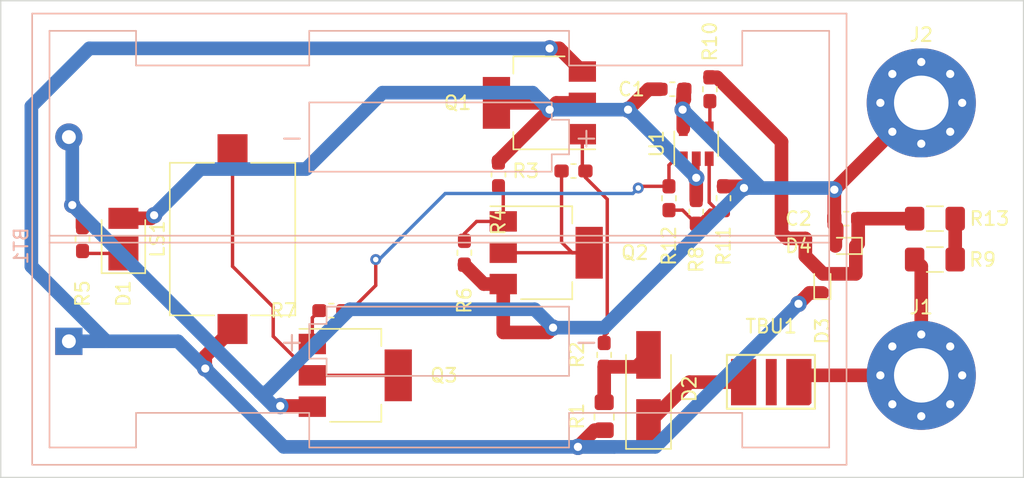
<source format=kicad_pcb>
(kicad_pcb (version 20171130) (host pcbnew "(5.1.5)-3")

  (general
    (thickness 1.6)
    (drawings 4)
    (tracks 166)
    (zones 0)
    (modules 28)
    (nets 19)
  )

  (page A4)
  (layers
    (0 F.Cu signal)
    (31 B.Cu power)
    (32 B.Adhes user)
    (33 F.Adhes user)
    (34 B.Paste user)
    (35 F.Paste user)
    (36 B.SilkS user)
    (37 F.SilkS user)
    (38 B.Mask user)
    (39 F.Mask user)
    (40 Dwgs.User user)
    (41 Cmts.User user)
    (42 Eco1.User user)
    (43 Eco2.User user)
    (44 Edge.Cuts user)
    (45 Margin user)
    (46 B.CrtYd user)
    (47 F.CrtYd user)
    (48 B.Fab user hide)
    (49 F.Fab user hide)
  )

  (setup
    (last_trace_width 0.5)
    (user_trace_width 0.25)
    (user_trace_width 0.5)
    (user_trace_width 1)
    (user_trace_width 2)
    (user_trace_width 5)
    (trace_clearance 0.2)
    (zone_clearance 0.508)
    (zone_45_only no)
    (trace_min 0.2)
    (via_size 0.8)
    (via_drill 0.4)
    (via_min_size 0.4)
    (via_min_drill 0.3)
    (user_via 0.6 0.3)
    (user_via 1.2 0.5)
    (uvia_size 0.3)
    (uvia_drill 0.1)
    (uvias_allowed no)
    (uvia_min_size 0.2)
    (uvia_min_drill 0.1)
    (edge_width 0.05)
    (segment_width 0.2)
    (pcb_text_width 0.3)
    (pcb_text_size 1.5 1.5)
    (mod_edge_width 0.12)
    (mod_text_size 1 1)
    (mod_text_width 0.15)
    (pad_size 8 8)
    (pad_drill 4)
    (pad_to_mask_clearance 0.051)
    (solder_mask_min_width 0.25)
    (aux_axis_origin 0 0)
    (visible_elements 7FFFFFFF)
    (pcbplotparams
      (layerselection 0x010fc_ffffffff)
      (usegerberextensions false)
      (usegerberattributes false)
      (usegerberadvancedattributes false)
      (creategerberjobfile false)
      (excludeedgelayer true)
      (linewidth 0.100000)
      (plotframeref false)
      (viasonmask false)
      (mode 1)
      (useauxorigin false)
      (hpglpennumber 1)
      (hpglpenspeed 20)
      (hpglpendiameter 15.000000)
      (psnegative false)
      (psa4output false)
      (plotreference true)
      (plotvalue true)
      (plotinvisibletext false)
      (padsonsilk false)
      (subtractmaskfromsilk false)
      (outputformat 1)
      (mirror false)
      (drillshape 1)
      (scaleselection 1)
      (outputdirectory ""))
  )

  (net 0 "")
  (net 1 GND)
  (net 2 "Net-(C2-Pad1)")
  (net 3 "Net-(D1-Pad1)")
  (net 4 "Net-(D2-Pad2)")
  (net 5 "Net-(D2-Pad1)")
  (net 6 "Net-(J1-Pad1)")
  (net 7 "Net-(LS1-Pad2)")
  (net 8 "Net-(Q1-Pad1)")
  (net 9 "Net-(Q2-Pad1)")
  (net 10 "Net-(Q2-Pad2)")
  (net 11 "Net-(Q3-Pad1)")
  (net 12 "Net-(R12-Pad2)")
  (net 13 "Net-(R11-Pad2)")
  (net 14 "Net-(R13-Pad2)")
  (net 15 "Net-(R10-Pad1)")
  (net 16 /VCC)
  (net 17 /VCC_SW)
  (net 18 "Net-(TBU1-Pad2)")

  (net_class Default "Dies ist die voreingestellte Netzklasse."
    (clearance 0.2)
    (trace_width 0.25)
    (via_dia 0.8)
    (via_drill 0.4)
    (uvia_dia 0.3)
    (uvia_drill 0.1)
    (add_net "Net-(D1-Pad1)")
    (add_net "Net-(LS1-Pad2)")
    (add_net "Net-(Q1-Pad1)")
    (add_net "Net-(Q2-Pad1)")
    (add_net "Net-(Q2-Pad2)")
    (add_net "Net-(Q3-Pad1)")
    (add_net "Net-(R10-Pad1)")
    (add_net "Net-(R11-Pad2)")
    (add_net "Net-(R12-Pad2)")
  )

  (net_class Power ""
    (clearance 0.2)
    (trace_width 1)
    (via_dia 1.2)
    (via_drill 0.6)
    (uvia_dia 0.3)
    (uvia_drill 0.1)
    (add_net /VCC)
    (add_net /VCC_SW)
    (add_net GND)
    (add_net "Net-(C2-Pad1)")
    (add_net "Net-(D2-Pad1)")
    (add_net "Net-(D2-Pad2)")
    (add_net "Net-(J1-Pad1)")
    (add_net "Net-(R13-Pad2)")
    (add_net "Net-(TBU1-Pad2)")
  )

  (module Battery:BatteryHolder_Keystone_2462_2xAA (layer B.Cu) (tedit 5BB4D45D) (tstamp 5F0E8188)
    (at 95 100)
    (descr "2xAA cell battery holder, Keystone P/N 2462, https://www.keyelco.com/product-pdf.cfm?p=1027")
    (tags "AA battery cell holder")
    (path /5F0E124C)
    (fp_text reference BT1 (at -3.5 -7 90) (layer B.SilkS)
      (effects (font (size 1 1) (thickness 0.15)) (justify mirror))
    )
    (fp_text value Battery (at 27.165 -8.715) (layer B.Fab)
      (effects (font (size 1 1) (thickness 0.15)) (justify mirror))
    )
    (fp_line (start -2.59 8.965) (end 56.92 8.965) (layer B.Fab) (width 0.1))
    (fp_line (start -2.59 -23.955) (end 56.92 -23.955) (layer B.Fab) (width 0.1))
    (fp_line (start 56.92 -23.955) (end 56.92 8.965) (layer B.Fab) (width 0.1))
    (fp_line (start -2.59 -23.955) (end -2.59 8.965) (layer B.Fab) (width 0.1))
    (fp_line (start 49.375 -22.785) (end 49.375 -20.245) (layer B.SilkS) (width 0.12))
    (fp_line (start 55.75 -22.785) (end 49.375 -22.785) (layer B.SilkS) (width 0.12))
    (fp_line (start 55.75 7.795) (end 55.75 -22.785) (layer B.SilkS) (width 0.12))
    (fp_line (start 49.375 7.795) (end 49.375 5.255) (layer B.SilkS) (width 0.12))
    (fp_line (start 55.75 7.795) (end 49.375 7.795) (layer B.SilkS) (width 0.12))
    (fp_line (start 4.925 -20.245) (end 17.625 -20.245) (layer B.SilkS) (width 0.12))
    (fp_line (start 4.925 -22.785) (end 4.925 -20.245) (layer B.SilkS) (width 0.12))
    (fp_line (start -1.42 -22.785) (end 4.925 -22.785) (layer B.SilkS) (width 0.12))
    (fp_line (start -1.42 7.795) (end -1.42 -22.785) (layer B.SilkS) (width 0.12))
    (fp_line (start 4.925 7.795) (end -1.42 7.795) (layer B.SilkS) (width 0.12))
    (fp_line (start 4.925 5.255) (end 4.925 7.795) (layer B.SilkS) (width 0.12))
    (fp_line (start 4.925 5.255) (end 17.625 5.255) (layer B.SilkS) (width 0.12))
    (fp_line (start 49.375 -20.245) (end 36.675 -20.245) (layer B.SilkS) (width 0.12))
    (fp_line (start 17.625 7.795) (end 17.625 5.255) (layer B.SilkS) (width 0.12))
    (fp_line (start 36.675 7.795) (end 17.625 7.795) (layer B.SilkS) (width 0.12))
    (fp_line (start 36.675 5.255) (end 36.675 7.795) (layer B.SilkS) (width 0.12))
    (fp_line (start 49.375 5.255) (end 36.675 5.255) (layer B.SilkS) (width 0.12))
    (fp_line (start 36.675 -22.785) (end 36.675 -20.245) (layer B.SilkS) (width 0.12))
    (fp_line (start 17.625 -22.785) (end 36.675 -22.785) (layer B.SilkS) (width 0.12))
    (fp_line (start 17.625 -20.245) (end 17.625 -22.785) (layer B.SilkS) (width 0.12))
    (fp_line (start 55.75 -7.749) (end -1.42 -7.749) (layer B.SilkS) (width 0.12))
    (fp_line (start -1.42 -7.241) (end 55.75 -7.241) (layer B.SilkS) (width 0.12))
    (fp_line (start 36.675 2.54) (end 36.675 1.27) (layer B.SilkS) (width 0.12))
    (fp_line (start 18.895 2.54) (end 36.675 2.54) (layer B.SilkS) (width 0.12))
    (fp_line (start 18.895 1.27) (end 18.895 2.54) (layer B.SilkS) (width 0.12))
    (fp_line (start 17.625 1.27) (end 18.895 1.27) (layer B.SilkS) (width 0.12))
    (fp_line (start 17.625 -1.27) (end 17.625 1.27) (layer B.SilkS) (width 0.12))
    (fp_line (start 18.895 -1.27) (end 17.625 -1.27) (layer B.SilkS) (width 0.12))
    (fp_line (start 18.895 -2.54) (end 18.895 -1.27) (layer B.SilkS) (width 0.12))
    (fp_line (start 36.675 -2.54) (end 18.895 -2.54) (layer B.SilkS) (width 0.12))
    (fp_line (start 36.675 1.27) (end 36.675 -2.54) (layer B.SilkS) (width 0.12))
    (fp_line (start 35.405 -17.53) (end 17.625 -17.53) (layer B.SilkS) (width 0.12))
    (fp_line (start 35.405 -16.26) (end 35.405 -17.53) (layer B.SilkS) (width 0.12))
    (fp_line (start 36.675 -16.26) (end 35.405 -16.26) (layer B.SilkS) (width 0.12))
    (fp_line (start 36.675 -13.72) (end 36.675 -16.26) (layer B.SilkS) (width 0.12))
    (fp_line (start 35.405 -13.72) (end 36.675 -13.72) (layer B.SilkS) (width 0.12))
    (fp_line (start 35.405 -12.45) (end 35.405 -13.72) (layer B.SilkS) (width 0.12))
    (fp_line (start 17.625 -12.45) (end 35.405 -12.45) (layer B.SilkS) (width 0.12))
    (fp_line (start 17.625 -17.53) (end 17.625 -12.45) (layer B.SilkS) (width 0.12))
    (fp_line (start 57.02 9.065) (end -2.69 9.065) (layer B.SilkS) (width 0.12))
    (fp_line (start -2.69 9.065) (end -2.69 -24.055) (layer B.SilkS) (width 0.12))
    (fp_line (start -2.69 -24.055) (end 57.02 -24.055) (layer B.SilkS) (width 0.12))
    (fp_line (start 57.02 -24.055) (end 57.02 9.065) (layer B.SilkS) (width 0.12))
    (fp_line (start 57.17 9.22) (end -2.84 9.22) (layer B.CrtYd) (width 0.05))
    (fp_line (start -2.84 9.22) (end -2.84 -24.21) (layer B.CrtYd) (width 0.05))
    (fp_line (start -2.84 -24.21) (end 57.17 -24.21) (layer B.CrtYd) (width 0.05))
    (fp_line (start 57.17 -24.21) (end 57.17 9.22) (layer B.CrtYd) (width 0.05))
    (fp_text user - (at 37.945 0) (layer B.SilkS)
      (effects (font (size 1.5 1.5) (thickness 0.15)) (justify mirror))
    )
    (fp_text user + (at 16.355 0) (layer B.SilkS)
      (effects (font (size 1.5 1.5) (thickness 0.15)) (justify mirror))
    )
    (fp_text user - (at 16.355 -14.99) (layer B.SilkS)
      (effects (font (size 1.5 1.5) (thickness 0.15)) (justify mirror))
    )
    (fp_text user + (at 37.945 -14.99) (layer B.SilkS)
      (effects (font (size 1.5 1.5) (thickness 0.15)) (justify mirror))
    )
    (fp_text user %R (at -3.5 -7 270) (layer B.Fab)
      (effects (font (size 1 1) (thickness 0.15)) (justify mirror))
    )
    (fp_text user + (at 16.355 0) (layer B.SilkS)
      (effects (font (size 1.5 1.5) (thickness 0.15)) (justify mirror))
    )
    (fp_text user - (at 37.945 0) (layer B.SilkS)
      (effects (font (size 1.5 1.5) (thickness 0.15)) (justify mirror))
    )
    (pad "" np_thru_hole circle (at 27.165 0) (size 3.3 3.3) (drill 3.3) (layers *.Cu *.Mask))
    (pad "" np_thru_hole circle (at 27.165 -14.99) (size 3.3 3.3) (drill 3.3) (layers *.Cu *.Mask))
    (pad 2 thru_hole circle (at 0 -14.99) (size 2 2) (drill 1.02) (layers *.Cu *.Mask)
      (net 1 GND))
    (pad 1 thru_hole rect (at 0 0) (size 2 2) (drill 1.02) (layers *.Cu *.Mask)
      (net 16 /VCC))
    (model ${KISYS3DMOD}/Battery.3dshapes/BatteryHolder_Keystone_2462_2xAA.wrl
      (at (xyz 0 0 0))
      (scale (xyz 1 1 1))
      (rotate (xyz 0 0 0))
    )
  )

  (module continuity:TBU (layer F.Cu) (tedit 5F0DEAA2) (tstamp 5F0E4A34)
    (at 146.5 103)
    (descr TBU)
    (path /5F0E1D73)
    (attr smd)
    (fp_text reference TBU1 (at 0 -4.1) (layer F.SilkS)
      (effects (font (size 1 1) (thickness 0.15)))
    )
    (fp_text value TBU-CA050-050-WH (at 0 4.1) (layer F.Fab)
      (effects (font (size 1 1) (thickness 0.15)))
    )
    (fp_line (start 3.2 -2) (end 2.9 -2) (layer F.SilkS) (width 0.15))
    (fp_line (start 3.2 1.95) (end 3.2 -2) (layer F.SilkS) (width 0.15))
    (fp_line (start -3.25 1.95) (end 3.2 1.95) (layer F.SilkS) (width 0.15))
    (fp_line (start -3.25 1.9) (end -3.25 1.95) (layer F.SilkS) (width 0.15))
    (fp_line (start -3.25 -1) (end -3.25 1.9) (layer F.SilkS) (width 0.15))
    (fp_line (start -3.25 -2) (end -3.25 -1) (layer F.SilkS) (width 0.15))
    (fp_line (start -2.95 -2) (end -3.25 -2) (layer F.SilkS) (width 0.15))
    (fp_line (start 2.9 -2) (end -2.95 -2) (layer F.SilkS) (width 0.15))
    (pad 2 smd rect (at 0 0) (size 0.8 3.4) (layers F.Cu F.Paste F.Mask)
      (net 18 "Net-(TBU1-Pad2)") (zone_connect 2))
    (pad 3 smd custom (at 2.025 0) (size 1.8 3) (layers F.Cu F.Paste F.Mask)
      (net 6 "Net-(J1-Pad1)") (zone_connect 2)
      (options (clearance outline) (anchor rect))
      (primitives
        (gr_poly (pts
           (xy -0.925 1.7) (xy -0.925 -1.7) (xy 0.925 -1.7) (xy 0.925 1.53) (xy 0.755 1.7)
) (width 0))
      ))
    (pad 1 smd rect (at -2.025 0) (size 1.85 3.4) (layers F.Cu F.Paste F.Mask)
      (net 5 "Net-(D2-Pad1)") (zone_connect 2))
    (model ${KISYS3DMOD}/Diode_SMD.3dshapes/D_SMC.wrl
      (at (xyz 0 0 0))
      (scale (xyz 1 1 1))
      (rotate (xyz 0 0 0))
    )
  )

  (module Resistor_SMD:R_0805_2012Metric_Pad1.15x1.40mm_HandSolder (layer F.Cu) (tedit 5B36C52B) (tstamp 5F0DEDCD)
    (at 134.25 105.5 90)
    (descr "Resistor SMD 0805 (2012 Metric), square (rectangular) end terminal, IPC_7351 nominal with elongated pad for handsoldering. (Body size source: https://docs.google.com/spreadsheets/d/1BsfQQcO9C6DZCsRaXUlFlo91Tg2WpOkGARC1WS5S8t0/edit?usp=sharing), generated with kicad-footprint-generator")
    (tags "resistor handsolder")
    (path /5F0DA447)
    (attr smd)
    (fp_text reference R1 (at 0 -2 90) (layer F.SilkS)
      (effects (font (size 1 1) (thickness 0.15)))
    )
    (fp_text value 240 (at 0 1.65 90) (layer F.Fab)
      (effects (font (size 1 1) (thickness 0.15)))
    )
    (fp_text user %R (at 0 0 90) (layer F.Fab)
      (effects (font (size 0.5 0.5) (thickness 0.08)))
    )
    (fp_line (start 1.85 0.95) (end -1.85 0.95) (layer F.CrtYd) (width 0.05))
    (fp_line (start 1.85 -0.95) (end 1.85 0.95) (layer F.CrtYd) (width 0.05))
    (fp_line (start -1.85 -0.95) (end 1.85 -0.95) (layer F.CrtYd) (width 0.05))
    (fp_line (start -1.85 0.95) (end -1.85 -0.95) (layer F.CrtYd) (width 0.05))
    (fp_line (start -0.261252 0.71) (end 0.261252 0.71) (layer F.SilkS) (width 0.12))
    (fp_line (start -0.261252 -0.71) (end 0.261252 -0.71) (layer F.SilkS) (width 0.12))
    (fp_line (start 1 0.6) (end -1 0.6) (layer F.Fab) (width 0.1))
    (fp_line (start 1 -0.6) (end 1 0.6) (layer F.Fab) (width 0.1))
    (fp_line (start -1 -0.6) (end 1 -0.6) (layer F.Fab) (width 0.1))
    (fp_line (start -1 0.6) (end -1 -0.6) (layer F.Fab) (width 0.1))
    (pad 2 smd roundrect (at 1.025 0 90) (size 1.15 1.4) (layers F.Cu F.Paste F.Mask) (roundrect_rratio 0.217391)
      (net 4 "Net-(D2-Pad2)"))
    (pad 1 smd roundrect (at -1.025 0 90) (size 1.15 1.4) (layers F.Cu F.Paste F.Mask) (roundrect_rratio 0.217391)
      (net 16 /VCC))
    (model ${KISYS3DMOD}/Resistor_SMD.3dshapes/R_0805_2012Metric.wrl
      (at (xyz 0 0 0))
      (scale (xyz 1 1 1))
      (rotate (xyz 0 0 0))
    )
  )

  (module Resistor_SMD:R_1206_3216Metric_Pad1.42x1.75mm_HandSolder (layer F.Cu) (tedit 5B301BBD) (tstamp 5F0DEE99)
    (at 158.5 91)
    (descr "Resistor SMD 1206 (3216 Metric), square (rectangular) end terminal, IPC_7351 nominal with elongated pad for handsoldering. (Body size source: http://www.tortai-tech.com/upload/download/2011102023233369053.pdf), generated with kicad-footprint-generator")
    (tags "resistor handsolder")
    (path /5F0DBC3E)
    (attr smd)
    (fp_text reference R13 (at 4 0) (layer F.SilkS)
      (effects (font (size 1 1) (thickness 0.15)))
    )
    (fp_text value 500k (at 0 1.82) (layer F.Fab)
      (effects (font (size 1 1) (thickness 0.15)))
    )
    (fp_text user %R (at 0 0) (layer F.Fab)
      (effects (font (size 0.8 0.8) (thickness 0.12)))
    )
    (fp_line (start 2.45 1.12) (end -2.45 1.12) (layer F.CrtYd) (width 0.05))
    (fp_line (start 2.45 -1.12) (end 2.45 1.12) (layer F.CrtYd) (width 0.05))
    (fp_line (start -2.45 -1.12) (end 2.45 -1.12) (layer F.CrtYd) (width 0.05))
    (fp_line (start -2.45 1.12) (end -2.45 -1.12) (layer F.CrtYd) (width 0.05))
    (fp_line (start -0.602064 0.91) (end 0.602064 0.91) (layer F.SilkS) (width 0.12))
    (fp_line (start -0.602064 -0.91) (end 0.602064 -0.91) (layer F.SilkS) (width 0.12))
    (fp_line (start 1.6 0.8) (end -1.6 0.8) (layer F.Fab) (width 0.1))
    (fp_line (start 1.6 -0.8) (end 1.6 0.8) (layer F.Fab) (width 0.1))
    (fp_line (start -1.6 -0.8) (end 1.6 -0.8) (layer F.Fab) (width 0.1))
    (fp_line (start -1.6 0.8) (end -1.6 -0.8) (layer F.Fab) (width 0.1))
    (pad 2 smd roundrect (at 1.4875 0) (size 1.425 1.75) (layers F.Cu F.Paste F.Mask) (roundrect_rratio 0.175439)
      (net 14 "Net-(R13-Pad2)"))
    (pad 1 smd roundrect (at -1.4875 0) (size 1.425 1.75) (layers F.Cu F.Paste F.Mask) (roundrect_rratio 0.175439)
      (net 2 "Net-(C2-Pad1)"))
    (model ${KISYS3DMOD}/Resistor_SMD.3dshapes/R_1206_3216Metric.wrl
      (at (xyz 0 0 0))
      (scale (xyz 1 1 1))
      (rotate (xyz 0 0 0))
    )
  )

  (module Resistor_SMD:R_1206_3216Metric_Pad1.42x1.75mm_HandSolder (layer F.Cu) (tedit 5B301BBD) (tstamp 5F0DEE55)
    (at 158.5 94 180)
    (descr "Resistor SMD 1206 (3216 Metric), square (rectangular) end terminal, IPC_7351 nominal with elongated pad for handsoldering. (Body size source: http://www.tortai-tech.com/upload/download/2011102023233369053.pdf), generated with kicad-footprint-generator")
    (tags "resistor handsolder")
    (path /5F0DB490)
    (attr smd)
    (fp_text reference R9 (at -3.5 0) (layer F.SilkS)
      (effects (font (size 1 1) (thickness 0.15)))
    )
    (fp_text value 500k (at 0 1.82) (layer F.Fab)
      (effects (font (size 1 1) (thickness 0.15)))
    )
    (fp_text user %R (at 0 0) (layer F.Fab)
      (effects (font (size 0.8 0.8) (thickness 0.12)))
    )
    (fp_line (start 2.45 1.12) (end -2.45 1.12) (layer F.CrtYd) (width 0.05))
    (fp_line (start 2.45 -1.12) (end 2.45 1.12) (layer F.CrtYd) (width 0.05))
    (fp_line (start -2.45 -1.12) (end 2.45 -1.12) (layer F.CrtYd) (width 0.05))
    (fp_line (start -2.45 1.12) (end -2.45 -1.12) (layer F.CrtYd) (width 0.05))
    (fp_line (start -0.602064 0.91) (end 0.602064 0.91) (layer F.SilkS) (width 0.12))
    (fp_line (start -0.602064 -0.91) (end 0.602064 -0.91) (layer F.SilkS) (width 0.12))
    (fp_line (start 1.6 0.8) (end -1.6 0.8) (layer F.Fab) (width 0.1))
    (fp_line (start 1.6 -0.8) (end 1.6 0.8) (layer F.Fab) (width 0.1))
    (fp_line (start -1.6 -0.8) (end 1.6 -0.8) (layer F.Fab) (width 0.1))
    (fp_line (start -1.6 0.8) (end -1.6 -0.8) (layer F.Fab) (width 0.1))
    (pad 2 smd roundrect (at 1.4875 0 180) (size 1.425 1.75) (layers F.Cu F.Paste F.Mask) (roundrect_rratio 0.175439)
      (net 6 "Net-(J1-Pad1)"))
    (pad 1 smd roundrect (at -1.4875 0 180) (size 1.425 1.75) (layers F.Cu F.Paste F.Mask) (roundrect_rratio 0.175439)
      (net 14 "Net-(R13-Pad2)"))
    (model ${KISYS3DMOD}/Resistor_SMD.3dshapes/R_1206_3216Metric.wrl
      (at (xyz 0 0 0))
      (scale (xyz 1 1 1))
      (rotate (xyz 0 0 0))
    )
  )

  (module Package_TO_SOT_SMD:SOT-23-5 (layer F.Cu) (tedit 5A02FF57) (tstamp 5F0DEECA)
    (at 141 85.5 90)
    (descr "5-pin SOT23 package")
    (tags SOT-23-5)
    (path /5F11ED7B)
    (attr smd)
    (fp_text reference U1 (at 0 -2.9 90) (layer F.SilkS)
      (effects (font (size 1 1) (thickness 0.15)))
    )
    (fp_text value "MCP 6V11T-EOT" (at 0 2.9 90) (layer F.Fab)
      (effects (font (size 1 1) (thickness 0.15)))
    )
    (fp_line (start 0.9 -1.55) (end 0.9 1.55) (layer F.Fab) (width 0.1))
    (fp_line (start 0.9 1.55) (end -0.9 1.55) (layer F.Fab) (width 0.1))
    (fp_line (start -0.9 -0.9) (end -0.9 1.55) (layer F.Fab) (width 0.1))
    (fp_line (start 0.9 -1.55) (end -0.25 -1.55) (layer F.Fab) (width 0.1))
    (fp_line (start -0.9 -0.9) (end -0.25 -1.55) (layer F.Fab) (width 0.1))
    (fp_line (start -1.9 1.8) (end -1.9 -1.8) (layer F.CrtYd) (width 0.05))
    (fp_line (start 1.9 1.8) (end -1.9 1.8) (layer F.CrtYd) (width 0.05))
    (fp_line (start 1.9 -1.8) (end 1.9 1.8) (layer F.CrtYd) (width 0.05))
    (fp_line (start -1.9 -1.8) (end 1.9 -1.8) (layer F.CrtYd) (width 0.05))
    (fp_line (start 0.9 -1.61) (end -1.55 -1.61) (layer F.SilkS) (width 0.12))
    (fp_line (start -0.9 1.61) (end 0.9 1.61) (layer F.SilkS) (width 0.12))
    (fp_text user %R (at 0.858 0.788) (layer F.Fab)
      (effects (font (size 0.5 0.5) (thickness 0.075)))
    )
    (pad 5 smd rect (at 1.1 -0.95 90) (size 1.06 0.65) (layers F.Cu F.Paste F.Mask)
      (net 1 GND))
    (pad 4 smd rect (at 1.1 0.95 90) (size 1.06 0.65) (layers F.Cu F.Paste F.Mask)
      (net 15 "Net-(R10-Pad1)"))
    (pad 3 smd rect (at -1.1 0.95 90) (size 1.06 0.65) (layers F.Cu F.Paste F.Mask)
      (net 13 "Net-(R11-Pad2)"))
    (pad 2 smd rect (at -1.1 0 90) (size 1.06 0.65) (layers F.Cu F.Paste F.Mask)
      (net 17 /VCC_SW))
    (pad 1 smd rect (at -1.1 -0.95 90) (size 1.06 0.65) (layers F.Cu F.Paste F.Mask)
      (net 12 "Net-(R12-Pad2)"))
    (model ${KISYS3DMOD}/Package_TO_SOT_SMD.3dshapes/SOT-23-5.wrl
      (at (xyz 0 0 0))
      (scale (xyz 1 1 1))
      (rotate (xyz 0 0 0))
    )
  )

  (module Resistor_SMD:R_0603_1608Metric_Pad1.05x0.95mm_HandSolder (layer F.Cu) (tedit 5B301BBD) (tstamp 5F0E2227)
    (at 139 89.5 90)
    (descr "Resistor SMD 0603 (1608 Metric), square (rectangular) end terminal, IPC_7351 nominal with elongated pad for handsoldering. (Body size source: http://www.tortai-tech.com/upload/download/2011102023233369053.pdf), generated with kicad-footprint-generator")
    (tags "resistor handsolder")
    (path /5F0E054D)
    (attr smd)
    (fp_text reference R12 (at -3.5 0 90) (layer F.SilkS)
      (effects (font (size 1 1) (thickness 0.15)))
    )
    (fp_text value 22k (at 0 1.43 90) (layer F.Fab)
      (effects (font (size 1 1) (thickness 0.15)))
    )
    (fp_text user %R (at 0 0 90) (layer F.Fab)
      (effects (font (size 0.4 0.4) (thickness 0.06)))
    )
    (fp_line (start 1.65 0.73) (end -1.65 0.73) (layer F.CrtYd) (width 0.05))
    (fp_line (start 1.65 -0.73) (end 1.65 0.73) (layer F.CrtYd) (width 0.05))
    (fp_line (start -1.65 -0.73) (end 1.65 -0.73) (layer F.CrtYd) (width 0.05))
    (fp_line (start -1.65 0.73) (end -1.65 -0.73) (layer F.CrtYd) (width 0.05))
    (fp_line (start -0.171267 0.51) (end 0.171267 0.51) (layer F.SilkS) (width 0.12))
    (fp_line (start -0.171267 -0.51) (end 0.171267 -0.51) (layer F.SilkS) (width 0.12))
    (fp_line (start 0.8 0.4) (end -0.8 0.4) (layer F.Fab) (width 0.1))
    (fp_line (start 0.8 -0.4) (end 0.8 0.4) (layer F.Fab) (width 0.1))
    (fp_line (start -0.8 -0.4) (end 0.8 -0.4) (layer F.Fab) (width 0.1))
    (fp_line (start -0.8 0.4) (end -0.8 -0.4) (layer F.Fab) (width 0.1))
    (pad 2 smd roundrect (at 0.875 0 90) (size 1.05 0.95) (layers F.Cu F.Paste F.Mask) (roundrect_rratio 0.25)
      (net 12 "Net-(R12-Pad2)"))
    (pad 1 smd roundrect (at -0.875 0 90) (size 1.05 0.95) (layers F.Cu F.Paste F.Mask) (roundrect_rratio 0.25)
      (net 13 "Net-(R11-Pad2)"))
    (model ${KISYS3DMOD}/Resistor_SMD.3dshapes/R_0603_1608Metric.wrl
      (at (xyz 0 0 0))
      (scale (xyz 1 1 1))
      (rotate (xyz 0 0 0))
    )
  )

  (module Resistor_SMD:R_0603_1608Metric_Pad1.05x0.95mm_HandSolder (layer F.Cu) (tedit 5B301BBD) (tstamp 5F0DEE77)
    (at 143 89.5 270)
    (descr "Resistor SMD 0603 (1608 Metric), square (rectangular) end terminal, IPC_7351 nominal with elongated pad for handsoldering. (Body size source: http://www.tortai-tech.com/upload/download/2011102023233369053.pdf), generated with kicad-footprint-generator")
    (tags "resistor handsolder")
    (path /5F0E0250)
    (attr smd)
    (fp_text reference R11 (at 3.5 0 90) (layer F.SilkS)
      (effects (font (size 1 1) (thickness 0.15)))
    )
    (fp_text value 160 (at 0 1.43 90) (layer F.Fab)
      (effects (font (size 1 1) (thickness 0.15)))
    )
    (fp_text user %R (at 0 0 90) (layer F.Fab)
      (effects (font (size 0.4 0.4) (thickness 0.06)))
    )
    (fp_line (start 1.65 0.73) (end -1.65 0.73) (layer F.CrtYd) (width 0.05))
    (fp_line (start 1.65 -0.73) (end 1.65 0.73) (layer F.CrtYd) (width 0.05))
    (fp_line (start -1.65 -0.73) (end 1.65 -0.73) (layer F.CrtYd) (width 0.05))
    (fp_line (start -1.65 0.73) (end -1.65 -0.73) (layer F.CrtYd) (width 0.05))
    (fp_line (start -0.171267 0.51) (end 0.171267 0.51) (layer F.SilkS) (width 0.12))
    (fp_line (start -0.171267 -0.51) (end 0.171267 -0.51) (layer F.SilkS) (width 0.12))
    (fp_line (start 0.8 0.4) (end -0.8 0.4) (layer F.Fab) (width 0.1))
    (fp_line (start 0.8 -0.4) (end 0.8 0.4) (layer F.Fab) (width 0.1))
    (fp_line (start -0.8 -0.4) (end 0.8 -0.4) (layer F.Fab) (width 0.1))
    (fp_line (start -0.8 0.4) (end -0.8 -0.4) (layer F.Fab) (width 0.1))
    (pad 2 smd roundrect (at 0.875 0 270) (size 1.05 0.95) (layers F.Cu F.Paste F.Mask) (roundrect_rratio 0.25)
      (net 13 "Net-(R11-Pad2)"))
    (pad 1 smd roundrect (at -0.875 0 270) (size 1.05 0.95) (layers F.Cu F.Paste F.Mask) (roundrect_rratio 0.25)
      (net 1 GND))
    (model ${KISYS3DMOD}/Resistor_SMD.3dshapes/R_0603_1608Metric.wrl
      (at (xyz 0 0 0))
      (scale (xyz 1 1 1))
      (rotate (xyz 0 0 0))
    )
  )

  (module Resistor_SMD:R_0603_1608Metric_Pad1.05x0.95mm_HandSolder (layer F.Cu) (tedit 5B301BBD) (tstamp 5F0DEE66)
    (at 142 81.5 90)
    (descr "Resistor SMD 0603 (1608 Metric), square (rectangular) end terminal, IPC_7351 nominal with elongated pad for handsoldering. (Body size source: http://www.tortai-tech.com/upload/download/2011102023233369053.pdf), generated with kicad-footprint-generator")
    (tags "resistor handsolder")
    (path /5F0DF86F)
    (attr smd)
    (fp_text reference R10 (at 3.5 0 90) (layer F.SilkS)
      (effects (font (size 1 1) (thickness 0.15)))
    )
    (fp_text value 10k (at 0 1.43 90) (layer F.Fab)
      (effects (font (size 1 1) (thickness 0.15)))
    )
    (fp_text user %R (at 0 0 90) (layer F.Fab)
      (effects (font (size 0.4 0.4) (thickness 0.06)))
    )
    (fp_line (start 1.65 0.73) (end -1.65 0.73) (layer F.CrtYd) (width 0.05))
    (fp_line (start 1.65 -0.73) (end 1.65 0.73) (layer F.CrtYd) (width 0.05))
    (fp_line (start -1.65 -0.73) (end 1.65 -0.73) (layer F.CrtYd) (width 0.05))
    (fp_line (start -1.65 0.73) (end -1.65 -0.73) (layer F.CrtYd) (width 0.05))
    (fp_line (start -0.171267 0.51) (end 0.171267 0.51) (layer F.SilkS) (width 0.12))
    (fp_line (start -0.171267 -0.51) (end 0.171267 -0.51) (layer F.SilkS) (width 0.12))
    (fp_line (start 0.8 0.4) (end -0.8 0.4) (layer F.Fab) (width 0.1))
    (fp_line (start 0.8 -0.4) (end 0.8 0.4) (layer F.Fab) (width 0.1))
    (fp_line (start -0.8 -0.4) (end 0.8 -0.4) (layer F.Fab) (width 0.1))
    (fp_line (start -0.8 0.4) (end -0.8 -0.4) (layer F.Fab) (width 0.1))
    (pad 2 smd roundrect (at 0.875 0 90) (size 1.05 0.95) (layers F.Cu F.Paste F.Mask) (roundrect_rratio 0.25)
      (net 2 "Net-(C2-Pad1)"))
    (pad 1 smd roundrect (at -0.875 0 90) (size 1.05 0.95) (layers F.Cu F.Paste F.Mask) (roundrect_rratio 0.25)
      (net 15 "Net-(R10-Pad1)"))
    (model ${KISYS3DMOD}/Resistor_SMD.3dshapes/R_0603_1608Metric.wrl
      (at (xyz 0 0 0))
      (scale (xyz 1 1 1))
      (rotate (xyz 0 0 0))
    )
  )

  (module Resistor_SMD:R_0603_1608Metric_Pad1.05x0.95mm_HandSolder (layer F.Cu) (tedit 5B301BBD) (tstamp 5F0DEE44)
    (at 141 90.5 90)
    (descr "Resistor SMD 0603 (1608 Metric), square (rectangular) end terminal, IPC_7351 nominal with elongated pad for handsoldering. (Body size source: http://www.tortai-tech.com/upload/download/2011102023233369053.pdf), generated with kicad-footprint-generator")
    (tags "resistor handsolder")
    (path /5F0DFFD9)
    (attr smd)
    (fp_text reference R8 (at -3.5 0 90) (layer F.SilkS)
      (effects (font (size 1 1) (thickness 0.15)))
    )
    (fp_text value 10k (at 0 1.43 90) (layer F.Fab)
      (effects (font (size 1 1) (thickness 0.15)))
    )
    (fp_text user %R (at 0 0 90) (layer F.Fab)
      (effects (font (size 0.4 0.4) (thickness 0.06)))
    )
    (fp_line (start 1.65 0.73) (end -1.65 0.73) (layer F.CrtYd) (width 0.05))
    (fp_line (start 1.65 -0.73) (end 1.65 0.73) (layer F.CrtYd) (width 0.05))
    (fp_line (start -1.65 -0.73) (end 1.65 -0.73) (layer F.CrtYd) (width 0.05))
    (fp_line (start -1.65 0.73) (end -1.65 -0.73) (layer F.CrtYd) (width 0.05))
    (fp_line (start -0.171267 0.51) (end 0.171267 0.51) (layer F.SilkS) (width 0.12))
    (fp_line (start -0.171267 -0.51) (end 0.171267 -0.51) (layer F.SilkS) (width 0.12))
    (fp_line (start 0.8 0.4) (end -0.8 0.4) (layer F.Fab) (width 0.1))
    (fp_line (start 0.8 -0.4) (end 0.8 0.4) (layer F.Fab) (width 0.1))
    (fp_line (start -0.8 -0.4) (end 0.8 -0.4) (layer F.Fab) (width 0.1))
    (fp_line (start -0.8 0.4) (end -0.8 -0.4) (layer F.Fab) (width 0.1))
    (pad 2 smd roundrect (at 0.875 0 90) (size 1.05 0.95) (layers F.Cu F.Paste F.Mask) (roundrect_rratio 0.25)
      (net 17 /VCC_SW))
    (pad 1 smd roundrect (at -0.875 0 90) (size 1.05 0.95) (layers F.Cu F.Paste F.Mask) (roundrect_rratio 0.25)
      (net 13 "Net-(R11-Pad2)"))
    (model ${KISYS3DMOD}/Resistor_SMD.3dshapes/R_0603_1608Metric.wrl
      (at (xyz 0 0 0))
      (scale (xyz 1 1 1))
      (rotate (xyz 0 0 0))
    )
  )

  (module Resistor_SMD:R_0603_1608Metric_Pad1.05x0.95mm_HandSolder (layer F.Cu) (tedit 5B301BBD) (tstamp 5F0DFEAD)
    (at 114.25 97.75 180)
    (descr "Resistor SMD 0603 (1608 Metric), square (rectangular) end terminal, IPC_7351 nominal with elongated pad for handsoldering. (Body size source: http://www.tortai-tech.com/upload/download/2011102023233369053.pdf), generated with kicad-footprint-generator")
    (tags "resistor handsolder")
    (path /5F0E0968)
    (attr smd)
    (fp_text reference R7 (at 3.5 0) (layer F.SilkS)
      (effects (font (size 1 1) (thickness 0.15)))
    )
    (fp_text value 10k (at 0 1.43) (layer F.Fab)
      (effects (font (size 1 1) (thickness 0.15)))
    )
    (fp_text user %R (at -0.781 -0.724) (layer F.Fab)
      (effects (font (size 0.4 0.4) (thickness 0.06)))
    )
    (fp_line (start 1.65 0.73) (end -1.65 0.73) (layer F.CrtYd) (width 0.05))
    (fp_line (start 1.65 -0.73) (end 1.65 0.73) (layer F.CrtYd) (width 0.05))
    (fp_line (start -1.65 -0.73) (end 1.65 -0.73) (layer F.CrtYd) (width 0.05))
    (fp_line (start -1.65 0.73) (end -1.65 -0.73) (layer F.CrtYd) (width 0.05))
    (fp_line (start -0.171267 0.51) (end 0.171267 0.51) (layer F.SilkS) (width 0.12))
    (fp_line (start -0.171267 -0.51) (end 0.171267 -0.51) (layer F.SilkS) (width 0.12))
    (fp_line (start 0.8 0.4) (end -0.8 0.4) (layer F.Fab) (width 0.1))
    (fp_line (start 0.8 -0.4) (end 0.8 0.4) (layer F.Fab) (width 0.1))
    (fp_line (start -0.8 -0.4) (end 0.8 -0.4) (layer F.Fab) (width 0.1))
    (fp_line (start -0.8 0.4) (end -0.8 -0.4) (layer F.Fab) (width 0.1))
    (pad 2 smd roundrect (at 0.875 0 180) (size 1.05 0.95) (layers F.Cu F.Paste F.Mask) (roundrect_rratio 0.25)
      (net 11 "Net-(Q3-Pad1)"))
    (pad 1 smd roundrect (at -0.875 0 180) (size 1.05 0.95) (layers F.Cu F.Paste F.Mask) (roundrect_rratio 0.25)
      (net 12 "Net-(R12-Pad2)"))
    (model ${KISYS3DMOD}/Resistor_SMD.3dshapes/R_0603_1608Metric.wrl
      (at (xyz 0 0 0))
      (scale (xyz 1 1 1))
      (rotate (xyz 0 0 0))
    )
  )

  (module Resistor_SMD:R_0603_1608Metric_Pad1.05x0.95mm_HandSolder (layer F.Cu) (tedit 5B301BBD) (tstamp 5F0DEE22)
    (at 124 93.5 270)
    (descr "Resistor SMD 0603 (1608 Metric), square (rectangular) end terminal, IPC_7351 nominal with elongated pad for handsoldering. (Body size source: http://www.tortai-tech.com/upload/download/2011102023233369053.pdf), generated with kicad-footprint-generator")
    (tags "resistor handsolder")
    (path /5F0F7E26)
    (attr smd)
    (fp_text reference R6 (at 3.5 0 90) (layer F.SilkS)
      (effects (font (size 1 1) (thickness 0.15)))
    )
    (fp_text value 10k (at 0 1.43 90) (layer F.Fab)
      (effects (font (size 1 1) (thickness 0.15)))
    )
    (fp_text user %R (at -2.5 0.5 90) (layer F.Fab)
      (effects (font (size 0.4 0.4) (thickness 0.06)))
    )
    (fp_line (start 1.65 0.73) (end -1.65 0.73) (layer F.CrtYd) (width 0.05))
    (fp_line (start 1.65 -0.73) (end 1.65 0.73) (layer F.CrtYd) (width 0.05))
    (fp_line (start -1.65 -0.73) (end 1.65 -0.73) (layer F.CrtYd) (width 0.05))
    (fp_line (start -1.65 0.73) (end -1.65 -0.73) (layer F.CrtYd) (width 0.05))
    (fp_line (start -0.171267 0.51) (end 0.171267 0.51) (layer F.SilkS) (width 0.12))
    (fp_line (start -0.171267 -0.51) (end 0.171267 -0.51) (layer F.SilkS) (width 0.12))
    (fp_line (start 0.8 0.4) (end -0.8 0.4) (layer F.Fab) (width 0.1))
    (fp_line (start 0.8 -0.4) (end 0.8 0.4) (layer F.Fab) (width 0.1))
    (fp_line (start -0.8 -0.4) (end 0.8 -0.4) (layer F.Fab) (width 0.1))
    (fp_line (start -0.8 0.4) (end -0.8 -0.4) (layer F.Fab) (width 0.1))
    (pad 2 smd roundrect (at 0.875 0 270) (size 1.05 0.95) (layers F.Cu F.Paste F.Mask) (roundrect_rratio 0.25)
      (net 1 GND))
    (pad 1 smd roundrect (at -0.875 0 270) (size 1.05 0.95) (layers F.Cu F.Paste F.Mask) (roundrect_rratio 0.25)
      (net 9 "Net-(Q2-Pad1)"))
    (model ${KISYS3DMOD}/Resistor_SMD.3dshapes/R_0603_1608Metric.wrl
      (at (xyz 0 0 0))
      (scale (xyz 1 1 1))
      (rotate (xyz 0 0 0))
    )
  )

  (module Resistor_SMD:R_0603_1608Metric_Pad1.05x0.95mm_HandSolder (layer F.Cu) (tedit 5B301BBD) (tstamp 5F0DEE11)
    (at 96 92.5 270)
    (descr "Resistor SMD 0603 (1608 Metric), square (rectangular) end terminal, IPC_7351 nominal with elongated pad for handsoldering. (Body size source: http://www.tortai-tech.com/upload/download/2011102023233369053.pdf), generated with kicad-footprint-generator")
    (tags "resistor handsolder")
    (path /5F0E83A6)
    (attr smd)
    (fp_text reference R5 (at 4 0 90) (layer F.SilkS)
      (effects (font (size 1 1) (thickness 0.15)))
    )
    (fp_text value 240 (at 0 1.43 90) (layer F.Fab)
      (effects (font (size 1 1) (thickness 0.15)))
    )
    (fp_text user %R (at 0 0 90) (layer F.Fab)
      (effects (font (size 0.4 0.4) (thickness 0.06)))
    )
    (fp_line (start 1.65 0.73) (end -1.65 0.73) (layer F.CrtYd) (width 0.05))
    (fp_line (start 1.65 -0.73) (end 1.65 0.73) (layer F.CrtYd) (width 0.05))
    (fp_line (start -1.65 -0.73) (end 1.65 -0.73) (layer F.CrtYd) (width 0.05))
    (fp_line (start -1.65 0.73) (end -1.65 -0.73) (layer F.CrtYd) (width 0.05))
    (fp_line (start -0.171267 0.51) (end 0.171267 0.51) (layer F.SilkS) (width 0.12))
    (fp_line (start -0.171267 -0.51) (end 0.171267 -0.51) (layer F.SilkS) (width 0.12))
    (fp_line (start 0.8 0.4) (end -0.8 0.4) (layer F.Fab) (width 0.1))
    (fp_line (start 0.8 -0.4) (end 0.8 0.4) (layer F.Fab) (width 0.1))
    (fp_line (start -0.8 -0.4) (end 0.8 -0.4) (layer F.Fab) (width 0.1))
    (fp_line (start -0.8 0.4) (end -0.8 -0.4) (layer F.Fab) (width 0.1))
    (pad 2 smd roundrect (at 0.875 0 270) (size 1.05 0.95) (layers F.Cu F.Paste F.Mask) (roundrect_rratio 0.25)
      (net 3 "Net-(D1-Pad1)"))
    (pad 1 smd roundrect (at -0.875 0 270) (size 1.05 0.95) (layers F.Cu F.Paste F.Mask) (roundrect_rratio 0.25)
      (net 1 GND))
    (model ${KISYS3DMOD}/Resistor_SMD.3dshapes/R_0603_1608Metric.wrl
      (at (xyz 0 0 0))
      (scale (xyz 1 1 1))
      (rotate (xyz 0 0 0))
    )
  )

  (module Resistor_SMD:R_0603_1608Metric_Pad1.05x0.95mm_HandSolder (layer F.Cu) (tedit 5B301BBD) (tstamp 5F0DEE00)
    (at 126.5 87.75 90)
    (descr "Resistor SMD 0603 (1608 Metric), square (rectangular) end terminal, IPC_7351 nominal with elongated pad for handsoldering. (Body size source: http://www.tortai-tech.com/upload/download/2011102023233369053.pdf), generated with kicad-footprint-generator")
    (tags "resistor handsolder")
    (path /5F0F790C)
    (attr smd)
    (fp_text reference R4 (at -3.5 0 90) (layer F.SilkS)
      (effects (font (size 1 1) (thickness 0.15)))
    )
    (fp_text value 10k (at 0 1.43 90) (layer F.Fab)
      (effects (font (size 1 1) (thickness 0.15)))
    )
    (fp_text user %R (at 2.5 0 90) (layer F.Fab)
      (effects (font (size 0.4 0.4) (thickness 0.06)))
    )
    (fp_line (start 1.65 0.73) (end -1.65 0.73) (layer F.CrtYd) (width 0.05))
    (fp_line (start 1.65 -0.73) (end 1.65 0.73) (layer F.CrtYd) (width 0.05))
    (fp_line (start -1.65 -0.73) (end 1.65 -0.73) (layer F.CrtYd) (width 0.05))
    (fp_line (start -1.65 0.73) (end -1.65 -0.73) (layer F.CrtYd) (width 0.05))
    (fp_line (start -0.171267 0.51) (end 0.171267 0.51) (layer F.SilkS) (width 0.12))
    (fp_line (start -0.171267 -0.51) (end 0.171267 -0.51) (layer F.SilkS) (width 0.12))
    (fp_line (start 0.8 0.4) (end -0.8 0.4) (layer F.Fab) (width 0.1))
    (fp_line (start 0.8 -0.4) (end 0.8 0.4) (layer F.Fab) (width 0.1))
    (fp_line (start -0.8 -0.4) (end 0.8 -0.4) (layer F.Fab) (width 0.1))
    (fp_line (start -0.8 0.4) (end -0.8 -0.4) (layer F.Fab) (width 0.1))
    (pad 2 smd roundrect (at 0.875 0 90) (size 1.05 0.95) (layers F.Cu F.Paste F.Mask) (roundrect_rratio 0.25)
      (net 17 /VCC_SW))
    (pad 1 smd roundrect (at -0.875 0 90) (size 1.05 0.95) (layers F.Cu F.Paste F.Mask) (roundrect_rratio 0.25)
      (net 9 "Net-(Q2-Pad1)"))
    (model ${KISYS3DMOD}/Resistor_SMD.3dshapes/R_0603_1608Metric.wrl
      (at (xyz 0 0 0))
      (scale (xyz 1 1 1))
      (rotate (xyz 0 0 0))
    )
  )

  (module Resistor_SMD:R_0603_1608Metric_Pad1.05x0.95mm_HandSolder (layer F.Cu) (tedit 5B301BBD) (tstamp 5F0DEDEF)
    (at 132 87.5)
    (descr "Resistor SMD 0603 (1608 Metric), square (rectangular) end terminal, IPC_7351 nominal with elongated pad for handsoldering. (Body size source: http://www.tortai-tech.com/upload/download/2011102023233369053.pdf), generated with kicad-footprint-generator")
    (tags "resistor handsolder")
    (path /5F0F73FA)
    (attr smd)
    (fp_text reference R3 (at -3.5 0) (layer F.SilkS)
      (effects (font (size 1 1) (thickness 0.15)))
    )
    (fp_text value 5k (at 0 1.43) (layer F.Fab)
      (effects (font (size 1 1) (thickness 0.15)))
    )
    (fp_text user %R (at 2.5 0) (layer F.Fab)
      (effects (font (size 0.4 0.4) (thickness 0.06)))
    )
    (fp_line (start 1.65 0.73) (end -1.65 0.73) (layer F.CrtYd) (width 0.05))
    (fp_line (start 1.65 -0.73) (end 1.65 0.73) (layer F.CrtYd) (width 0.05))
    (fp_line (start -1.65 -0.73) (end 1.65 -0.73) (layer F.CrtYd) (width 0.05))
    (fp_line (start -1.65 0.73) (end -1.65 -0.73) (layer F.CrtYd) (width 0.05))
    (fp_line (start -0.171267 0.51) (end 0.171267 0.51) (layer F.SilkS) (width 0.12))
    (fp_line (start -0.171267 -0.51) (end 0.171267 -0.51) (layer F.SilkS) (width 0.12))
    (fp_line (start 0.8 0.4) (end -0.8 0.4) (layer F.Fab) (width 0.1))
    (fp_line (start 0.8 -0.4) (end 0.8 0.4) (layer F.Fab) (width 0.1))
    (fp_line (start -0.8 -0.4) (end 0.8 -0.4) (layer F.Fab) (width 0.1))
    (fp_line (start -0.8 0.4) (end -0.8 -0.4) (layer F.Fab) (width 0.1))
    (pad 2 smd roundrect (at 0.875 0) (size 1.05 0.95) (layers F.Cu F.Paste F.Mask) (roundrect_rratio 0.25)
      (net 8 "Net-(Q1-Pad1)"))
    (pad 1 smd roundrect (at -0.875 0) (size 1.05 0.95) (layers F.Cu F.Paste F.Mask) (roundrect_rratio 0.25)
      (net 10 "Net-(Q2-Pad2)"))
    (model ${KISYS3DMOD}/Resistor_SMD.3dshapes/R_0603_1608Metric.wrl
      (at (xyz 0 0 0))
      (scale (xyz 1 1 1))
      (rotate (xyz 0 0 0))
    )
  )

  (module Resistor_SMD:R_0603_1608Metric_Pad1.05x0.95mm_HandSolder (layer F.Cu) (tedit 5B301BBD) (tstamp 5F0DEDDE)
    (at 134.25 101 270)
    (descr "Resistor SMD 0603 (1608 Metric), square (rectangular) end terminal, IPC_7351 nominal with elongated pad for handsoldering. (Body size source: http://www.tortai-tech.com/upload/download/2011102023233369053.pdf), generated with kicad-footprint-generator")
    (tags "resistor handsolder")
    (path /5F0DB1CD)
    (attr smd)
    (fp_text reference R2 (at 0 2 90) (layer F.SilkS)
      (effects (font (size 1 1) (thickness 0.15)))
    )
    (fp_text value 510 (at 0 1.43 90) (layer F.Fab)
      (effects (font (size 1 1) (thickness 0.15)))
    )
    (fp_text user %R (at 0 0 90) (layer F.Fab)
      (effects (font (size 0.4 0.4) (thickness 0.06)))
    )
    (fp_line (start 1.65 0.73) (end -1.65 0.73) (layer F.CrtYd) (width 0.05))
    (fp_line (start 1.65 -0.73) (end 1.65 0.73) (layer F.CrtYd) (width 0.05))
    (fp_line (start -1.65 -0.73) (end 1.65 -0.73) (layer F.CrtYd) (width 0.05))
    (fp_line (start -1.65 0.73) (end -1.65 -0.73) (layer F.CrtYd) (width 0.05))
    (fp_line (start -0.171267 0.51) (end 0.171267 0.51) (layer F.SilkS) (width 0.12))
    (fp_line (start -0.171267 -0.51) (end 0.171267 -0.51) (layer F.SilkS) (width 0.12))
    (fp_line (start 0.8 0.4) (end -0.8 0.4) (layer F.Fab) (width 0.1))
    (fp_line (start 0.8 -0.4) (end 0.8 0.4) (layer F.Fab) (width 0.1))
    (fp_line (start -0.8 -0.4) (end 0.8 -0.4) (layer F.Fab) (width 0.1))
    (fp_line (start -0.8 0.4) (end -0.8 -0.4) (layer F.Fab) (width 0.1))
    (pad 2 smd roundrect (at 0.875 0 270) (size 1.05 0.95) (layers F.Cu F.Paste F.Mask) (roundrect_rratio 0.25)
      (net 4 "Net-(D2-Pad2)"))
    (pad 1 smd roundrect (at -0.875 0 270) (size 1.05 0.95) (layers F.Cu F.Paste F.Mask) (roundrect_rratio 0.25)
      (net 8 "Net-(Q1-Pad1)"))
    (model ${KISYS3DMOD}/Resistor_SMD.3dshapes/R_0603_1608Metric.wrl
      (at (xyz 0 0 0))
      (scale (xyz 1 1 1))
      (rotate (xyz 0 0 0))
    )
  )

  (module Package_TO_SOT_SMD:SOT-223 (layer F.Cu) (tedit 5A02FF57) (tstamp 5F0DEDBC)
    (at 116 102.5)
    (descr "module CMS SOT223 4 pins")
    (tags "CMS SOT")
    (path /5F0E675E)
    (attr smd)
    (fp_text reference Q3 (at 6.5 0) (layer F.SilkS)
      (effects (font (size 1 1) (thickness 0.15)))
    )
    (fp_text value BCX55 (at 0 4.5) (layer F.Fab)
      (effects (font (size 1 1) (thickness 0.15)))
    )
    (fp_line (start 1.85 -3.35) (end 1.85 3.35) (layer F.Fab) (width 0.1))
    (fp_line (start -1.85 3.35) (end 1.85 3.35) (layer F.Fab) (width 0.1))
    (fp_line (start -4.1 -3.41) (end 1.91 -3.41) (layer F.SilkS) (width 0.12))
    (fp_line (start -0.8 -3.35) (end 1.85 -3.35) (layer F.Fab) (width 0.1))
    (fp_line (start -1.85 3.41) (end 1.91 3.41) (layer F.SilkS) (width 0.12))
    (fp_line (start -1.85 -2.3) (end -1.85 3.35) (layer F.Fab) (width 0.1))
    (fp_line (start -4.4 -3.6) (end -4.4 3.6) (layer F.CrtYd) (width 0.05))
    (fp_line (start -4.4 3.6) (end 4.4 3.6) (layer F.CrtYd) (width 0.05))
    (fp_line (start 4.4 3.6) (end 4.4 -3.6) (layer F.CrtYd) (width 0.05))
    (fp_line (start 4.4 -3.6) (end -4.4 -3.6) (layer F.CrtYd) (width 0.05))
    (fp_line (start 1.91 -3.41) (end 1.91 -2.15) (layer F.SilkS) (width 0.12))
    (fp_line (start 1.91 3.41) (end 1.91 2.15) (layer F.SilkS) (width 0.12))
    (fp_line (start -1.85 -2.3) (end -0.8 -3.35) (layer F.Fab) (width 0.1))
    (fp_text user %R (at 0 2.5 180) (layer F.Fab)
      (effects (font (size 0.8 0.8) (thickness 0.12)))
    )
    (pad 1 smd rect (at -3.15 -2.3) (size 2 1.5) (layers F.Cu F.Paste F.Mask)
      (net 11 "Net-(Q3-Pad1)"))
    (pad 3 smd rect (at -3.15 2.3) (size 2 1.5) (layers F.Cu F.Paste F.Mask)
      (net 1 GND))
    (pad 2 smd rect (at -3.15 0) (size 2 1.5) (layers F.Cu F.Paste F.Mask)
      (net 7 "Net-(LS1-Pad2)"))
    (pad 4 smd rect (at 3.15 0) (size 2 3.8) (layers F.Cu F.Paste F.Mask)
      (net 7 "Net-(LS1-Pad2)"))
    (model ${KISYS3DMOD}/Package_TO_SOT_SMD.3dshapes/SOT-223.wrl
      (at (xyz 0 0 0))
      (scale (xyz 1 1 1))
      (rotate (xyz 0 0 0))
    )
  )

  (module Package_TO_SOT_SMD:SOT-223 (layer F.Cu) (tedit 5A02FF57) (tstamp 5F0DEDA6)
    (at 130 93.5)
    (descr "module CMS SOT223 4 pins")
    (tags "CMS SOT")
    (path /5F0E60F6)
    (attr smd)
    (fp_text reference Q2 (at 6.5 0) (layer F.SilkS)
      (effects (font (size 1 1) (thickness 0.15)))
    )
    (fp_text value BCX55 (at 0 4.5) (layer F.Fab)
      (effects (font (size 1 1) (thickness 0.15)))
    )
    (fp_line (start 1.85 -3.35) (end 1.85 3.35) (layer F.Fab) (width 0.1))
    (fp_line (start -1.85 3.35) (end 1.85 3.35) (layer F.Fab) (width 0.1))
    (fp_line (start -4.1 -3.41) (end 1.91 -3.41) (layer F.SilkS) (width 0.12))
    (fp_line (start -0.8 -3.35) (end 1.85 -3.35) (layer F.Fab) (width 0.1))
    (fp_line (start -1.85 3.41) (end 1.91 3.41) (layer F.SilkS) (width 0.12))
    (fp_line (start -1.85 -2.3) (end -1.85 3.35) (layer F.Fab) (width 0.1))
    (fp_line (start -4.4 -3.6) (end -4.4 3.6) (layer F.CrtYd) (width 0.05))
    (fp_line (start -4.4 3.6) (end 4.4 3.6) (layer F.CrtYd) (width 0.05))
    (fp_line (start 4.4 3.6) (end 4.4 -3.6) (layer F.CrtYd) (width 0.05))
    (fp_line (start 4.4 -3.6) (end -4.4 -3.6) (layer F.CrtYd) (width 0.05))
    (fp_line (start 1.91 -3.41) (end 1.91 -2.15) (layer F.SilkS) (width 0.12))
    (fp_line (start 1.91 3.41) (end 1.91 2.15) (layer F.SilkS) (width 0.12))
    (fp_line (start -1.85 -2.3) (end -0.8 -3.35) (layer F.Fab) (width 0.1))
    (fp_text user %R (at 0.118 0.71 -270) (layer F.Fab)
      (effects (font (size 0.8 0.8) (thickness 0.12)))
    )
    (pad 1 smd rect (at -3.15 -2.3) (size 2 1.5) (layers F.Cu F.Paste F.Mask)
      (net 9 "Net-(Q2-Pad1)"))
    (pad 3 smd rect (at -3.15 2.3) (size 2 1.5) (layers F.Cu F.Paste F.Mask)
      (net 1 GND))
    (pad 2 smd rect (at -3.15 0) (size 2 1.5) (layers F.Cu F.Paste F.Mask)
      (net 10 "Net-(Q2-Pad2)"))
    (pad 4 smd rect (at 3.15 0) (size 2 3.8) (layers F.Cu F.Paste F.Mask)
      (net 10 "Net-(Q2-Pad2)"))
    (model ${KISYS3DMOD}/Package_TO_SOT_SMD.3dshapes/SOT-223.wrl
      (at (xyz 0 0 0))
      (scale (xyz 1 1 1))
      (rotate (xyz 0 0 0))
    )
  )

  (module Package_TO_SOT_SMD:SOT-223 (layer F.Cu) (tedit 5A02FF57) (tstamp 5F0DED90)
    (at 129.5 82.5 180)
    (descr "module CMS SOT223 4 pins")
    (tags "CMS SOT")
    (path /5F0E566B)
    (attr smd)
    (fp_text reference Q1 (at 6 0) (layer F.SilkS)
      (effects (font (size 1 1) (thickness 0.15)))
    )
    (fp_text value BCX52 (at 0 4.5) (layer F.Fab)
      (effects (font (size 1 1) (thickness 0.15)))
    )
    (fp_line (start 1.85 -3.35) (end 1.85 3.35) (layer F.Fab) (width 0.1))
    (fp_line (start -1.85 3.35) (end 1.85 3.35) (layer F.Fab) (width 0.1))
    (fp_line (start -4.1 -3.41) (end 1.91 -3.41) (layer F.SilkS) (width 0.12))
    (fp_line (start -0.8 -3.35) (end 1.85 -3.35) (layer F.Fab) (width 0.1))
    (fp_line (start -1.85 3.41) (end 1.91 3.41) (layer F.SilkS) (width 0.12))
    (fp_line (start -1.85 -2.3) (end -1.85 3.35) (layer F.Fab) (width 0.1))
    (fp_line (start -4.4 -3.6) (end -4.4 3.6) (layer F.CrtYd) (width 0.05))
    (fp_line (start -4.4 3.6) (end 4.4 3.6) (layer F.CrtYd) (width 0.05))
    (fp_line (start 4.4 3.6) (end 4.4 -3.6) (layer F.CrtYd) (width 0.05))
    (fp_line (start 4.4 -3.6) (end -4.4 -3.6) (layer F.CrtYd) (width 0.05))
    (fp_line (start 1.91 -3.41) (end 1.91 -2.15) (layer F.SilkS) (width 0.12))
    (fp_line (start 1.91 3.41) (end 1.91 2.15) (layer F.SilkS) (width 0.12))
    (fp_line (start -1.85 -2.3) (end -0.8 -3.35) (layer F.Fab) (width 0.1))
    (fp_text user %R (at 0.5 1.5 90) (layer F.Fab)
      (effects (font (size 0.8 0.8) (thickness 0.12)))
    )
    (pad 1 smd rect (at -3.15 -2.3 180) (size 2 1.5) (layers F.Cu F.Paste F.Mask)
      (net 8 "Net-(Q1-Pad1)"))
    (pad 3 smd rect (at -3.15 2.3 180) (size 2 1.5) (layers F.Cu F.Paste F.Mask)
      (net 16 /VCC))
    (pad 2 smd rect (at -3.15 0 180) (size 2 1.5) (layers F.Cu F.Paste F.Mask)
      (net 17 /VCC_SW))
    (pad 4 smd rect (at 3.15 0 180) (size 2 3.8) (layers F.Cu F.Paste F.Mask)
      (net 17 /VCC_SW))
    (model ${KISYS3DMOD}/Package_TO_SOT_SMD.3dshapes/SOT-223.wrl
      (at (xyz 0 0 0))
      (scale (xyz 1 1 1))
      (rotate (xyz 0 0 0))
    )
  )

  (module Buzzer_Beeper:Buzzer_Mallory_AST1109MLTRQ (layer F.Cu) (tedit 5D7E8337) (tstamp 5F0DED7A)
    (at 107 92.5 90)
    (descr "Mallory low-profile piezo buzzer, https://www.mspindy.com/specifications/AST1109MLTRQ.pdf")
    (tags "buzzer piezo")
    (path /5F0DE1FE)
    (attr smd)
    (fp_text reference LS1 (at 0 -5.5 270) (layer F.SilkS)
      (effects (font (size 1 1) (thickness 0.15)))
    )
    (fp_text value Speaker_Crystal (at 0 -5.5 90) (layer F.Fab) hide
      (effects (font (size 1 1) (thickness 0.15)))
    )
    (fp_line (start -5.6 4.6) (end -5.6 1.35) (layer F.SilkS) (width 0.12))
    (fp_line (start -5.6 -4.6) (end 5.6 -4.6) (layer F.SilkS) (width 0.12))
    (fp_line (start 5.6 4.6) (end -5.6 4.6) (layer F.SilkS) (width 0.12))
    (fp_line (start 5.6 1.35) (end 5.6 4.6) (layer F.SilkS) (width 0.12))
    (fp_line (start 5.6 -4.6) (end 5.6 -1.35) (layer F.SilkS) (width 0.12))
    (fp_line (start -5.6 -1.35) (end -5.6 -4.6) (layer F.SilkS) (width 0.12))
    (fp_text user %R (at 0 0 270) (layer F.Fab) hide
      (effects (font (size 1 1) (thickness 0.15)))
    )
    (fp_line (start -5.5 -4.5) (end 5.5 -4.5) (layer F.Fab) (width 0.1))
    (fp_line (start 5.5 -4.5) (end 5.5 4.5) (layer F.Fab) (width 0.1))
    (fp_line (start 5.5 4.5) (end -5.5 4.5) (layer F.Fab) (width 0.1))
    (fp_line (start -5.5 4.5) (end -5.5 -4.5) (layer F.Fab) (width 0.1))
    (fp_line (start 5.75 -4.75) (end 5.75 -1.35) (layer F.CrtYd) (width 0.05))
    (fp_line (start 5.75 -1.35) (end 7.95 -1.35) (layer F.CrtYd) (width 0.05))
    (fp_line (start 7.95 -1.35) (end 7.95 1.35) (layer F.CrtYd) (width 0.05))
    (fp_line (start 7.95 1.35) (end 5.75 1.35) (layer F.CrtYd) (width 0.05))
    (fp_line (start 5.75 1.35) (end 5.75 4.75) (layer F.CrtYd) (width 0.05))
    (fp_line (start 5.75 4.75) (end -5.75 4.75) (layer F.CrtYd) (width 0.05))
    (fp_line (start -5.75 4.75) (end -5.75 1.35) (layer F.CrtYd) (width 0.05))
    (fp_line (start -5.75 1.35) (end -7.95 1.35) (layer F.CrtYd) (width 0.05))
    (fp_line (start -7.95 1.35) (end -7.95 -1.35) (layer F.CrtYd) (width 0.05))
    (fp_line (start -7.95 -1.35) (end -5.75 -1.35) (layer F.CrtYd) (width 0.05))
    (fp_line (start -5.75 -1.35) (end -5.75 -4.75) (layer F.CrtYd) (width 0.05))
    (fp_line (start -5.75 -4.75) (end 5.75 -4.75) (layer F.CrtYd) (width 0.05))
    (pad 1 smd rect (at -6.6 0 90) (size 2.2 2.2) (layers F.Cu F.Paste F.Mask)
      (net 16 /VCC))
    (pad 2 smd rect (at 6.6 0 90) (size 2.2 2.2) (layers F.Cu F.Paste F.Mask)
      (net 7 "Net-(LS1-Pad2)"))
    (model ${KISYS3DMOD}/Buzzer_Beeper.3dshapes/Buzzer_Mallory_AST1109MLTRQ.wrl
      (at (xyz 0 0 0))
      (scale (xyz 1 1 1))
      (rotate (xyz 0 0 0))
    )
  )

  (module MountingHole:MountingHole_4mm_Pad_Via (layer F.Cu) (tedit 5F0DEB49) (tstamp 5F0DED5D)
    (at 157.5 82.5)
    (descr "Mounting Hole 4mm")
    (tags "mounting hole 4mm")
    (path /5F0D88F3)
    (attr virtual)
    (fp_text reference J2 (at 0 -5) (layer F.SilkS)
      (effects (font (size 1 1) (thickness 0.15)))
    )
    (fp_text value Conn_01x01_Female (at 0 5) (layer F.Fab) hide
      (effects (font (size 1 1) (thickness 0.15)))
    )
    (fp_circle (center 0 0) (end 4.25 0) (layer F.CrtYd) (width 0.05))
    (fp_circle (center 0 0) (end 4 0) (layer Cmts.User) (width 0.15))
    (fp_text user %R (at 0.3 0) (layer F.Fab) hide
      (effects (font (size 1 1) (thickness 0.15)))
    )
    (pad 1 thru_hole circle (at 2.12132 -2.12132) (size 0.9 0.9) (drill 0.6) (layers *.Cu *.Mask)
      (net 1 GND))
    (pad 1 thru_hole circle (at 0 -3) (size 0.9 0.9) (drill 0.6) (layers *.Cu *.Mask)
      (net 1 GND))
    (pad 1 thru_hole circle (at -2.12132 -2.12132) (size 0.9 0.9) (drill 0.6) (layers *.Cu *.Mask)
      (net 1 GND))
    (pad 1 thru_hole circle (at -3 0) (size 0.9 0.9) (drill 0.6) (layers *.Cu *.Mask)
      (net 1 GND))
    (pad 1 thru_hole circle (at -2.12132 2.12132) (size 0.9 0.9) (drill 0.6) (layers *.Cu *.Mask)
      (net 1 GND))
    (pad 1 thru_hole circle (at 0 3) (size 0.9 0.9) (drill 0.6) (layers *.Cu *.Mask)
      (net 1 GND))
    (pad 1 thru_hole circle (at 2.12132 2.12132) (size 0.9 0.9) (drill 0.6) (layers *.Cu *.Mask)
      (net 1 GND))
    (pad 1 thru_hole circle (at 3 0) (size 0.9 0.9) (drill 0.6) (layers *.Cu *.Mask)
      (net 1 GND))
    (pad 1 thru_hole circle (at 0 0) (size 8 8) (drill 4) (layers *.Cu *.Mask)
      (net 1 GND) (zone_connect 2))
  )

  (module MountingHole:MountingHole_4mm_Pad_Via (layer F.Cu) (tedit 5F0DEB3F) (tstamp 5F0DED4D)
    (at 157.5 102.5)
    (descr "Mounting Hole 4mm")
    (tags "mounting hole 4mm")
    (path /5F0D80C6)
    (attr virtual)
    (fp_text reference J1 (at 0 -5) (layer F.SilkS)
      (effects (font (size 1 1) (thickness 0.15)))
    )
    (fp_text value Conn_01x01_Female (at 0 5) (layer F.Fab) hide
      (effects (font (size 1 1) (thickness 0.15)))
    )
    (fp_circle (center 0 0) (end 4.25 0) (layer F.CrtYd) (width 0.05))
    (fp_circle (center 0 0) (end 4 0) (layer Cmts.User) (width 0.15))
    (fp_text user %R (at 0.3 0) (layer F.Fab) hide
      (effects (font (size 1 1) (thickness 0.15)))
    )
    (pad 1 thru_hole circle (at 2.12132 -2.12132) (size 0.9 0.9) (drill 0.6) (layers *.Cu *.Mask)
      (net 6 "Net-(J1-Pad1)"))
    (pad 1 thru_hole circle (at 0 -3) (size 0.9 0.9) (drill 0.6) (layers *.Cu *.Mask)
      (net 6 "Net-(J1-Pad1)"))
    (pad 1 thru_hole circle (at -2.12132 -2.12132) (size 0.9 0.9) (drill 0.6) (layers *.Cu *.Mask)
      (net 6 "Net-(J1-Pad1)"))
    (pad 1 thru_hole circle (at -3 0) (size 0.9 0.9) (drill 0.6) (layers *.Cu *.Mask)
      (net 6 "Net-(J1-Pad1)"))
    (pad 1 thru_hole circle (at -2.12132 2.12132) (size 0.9 0.9) (drill 0.6) (layers *.Cu *.Mask)
      (net 6 "Net-(J1-Pad1)"))
    (pad 1 thru_hole circle (at 0 3) (size 0.9 0.9) (drill 0.6) (layers *.Cu *.Mask)
      (net 6 "Net-(J1-Pad1)"))
    (pad 1 thru_hole circle (at 2.12132 2.12132) (size 0.9 0.9) (drill 0.6) (layers *.Cu *.Mask)
      (net 6 "Net-(J1-Pad1)"))
    (pad 1 thru_hole circle (at 3 0) (size 0.9 0.9) (drill 0.6) (layers *.Cu *.Mask)
      (net 6 "Net-(J1-Pad1)"))
    (pad 1 thru_hole circle (at 0 0) (size 8 8) (drill 4) (layers *.Cu *.Mask)
      (net 6 "Net-(J1-Pad1)") (zone_connect 2))
  )

  (module Diode_SMD:D_SOD-523 (layer F.Cu) (tedit 586419F0) (tstamp 5F0DED3D)
    (at 152 93 180)
    (descr "http://www.diodes.com/datasheets/ap02001.pdf p.144")
    (tags "Diode SOD523")
    (path /5F0DA23A)
    (attr smd)
    (fp_text reference D4 (at 3.5 0) (layer F.SilkS)
      (effects (font (size 1 1) (thickness 0.15)))
    )
    (fp_text value 1N4148 (at 0 1.4) (layer F.Fab)
      (effects (font (size 1 1) (thickness 0.15)))
    )
    (fp_line (start 0.7 0.6) (end -1.15 0.6) (layer F.SilkS) (width 0.12))
    (fp_line (start 0.7 -0.6) (end -1.15 -0.6) (layer F.SilkS) (width 0.12))
    (fp_line (start 0.65 0.45) (end -0.65 0.45) (layer F.Fab) (width 0.1))
    (fp_line (start -0.65 0.45) (end -0.65 -0.45) (layer F.Fab) (width 0.1))
    (fp_line (start -0.65 -0.45) (end 0.65 -0.45) (layer F.Fab) (width 0.1))
    (fp_line (start 0.65 -0.45) (end 0.65 0.45) (layer F.Fab) (width 0.1))
    (fp_line (start -0.2 0.2) (end -0.2 -0.2) (layer F.Fab) (width 0.1))
    (fp_line (start -0.2 0) (end -0.35 0) (layer F.Fab) (width 0.1))
    (fp_line (start -0.2 0) (end 0.1 0.2) (layer F.Fab) (width 0.1))
    (fp_line (start 0.1 0.2) (end 0.1 -0.2) (layer F.Fab) (width 0.1))
    (fp_line (start 0.1 -0.2) (end -0.2 0) (layer F.Fab) (width 0.1))
    (fp_line (start 0.1 0) (end 0.25 0) (layer F.Fab) (width 0.1))
    (fp_line (start 1.25 0.7) (end -1.25 0.7) (layer F.CrtYd) (width 0.05))
    (fp_line (start -1.25 0.7) (end -1.25 -0.7) (layer F.CrtYd) (width 0.05))
    (fp_line (start -1.25 -0.7) (end 1.25 -0.7) (layer F.CrtYd) (width 0.05))
    (fp_line (start 1.25 -0.7) (end 1.25 0.7) (layer F.CrtYd) (width 0.05))
    (fp_line (start -1.15 -0.6) (end -1.15 0.6) (layer F.SilkS) (width 0.12))
    (fp_text user %R (at 0 -1.3) (layer F.Fab)
      (effects (font (size 1 1) (thickness 0.15)))
    )
    (pad 1 smd rect (at -0.7 0) (size 0.6 0.7) (layers F.Cu F.Paste F.Mask)
      (net 2 "Net-(C2-Pad1)"))
    (pad 2 smd rect (at 0.7 0) (size 0.6 0.7) (layers F.Cu F.Paste F.Mask)
      (net 1 GND))
    (model ${KISYS3DMOD}/Diode_SMD.3dshapes/D_SOD-523.wrl
      (at (xyz 0 0 0))
      (scale (xyz 1 1 1))
      (rotate (xyz 0 0 0))
    )
  )

  (module Diode_SMD:D_SOD-523 (layer F.Cu) (tedit 586419F0) (tstamp 5F0DED25)
    (at 150.25 95.75 90)
    (descr "http://www.diodes.com/datasheets/ap02001.pdf p.144")
    (tags "Diode SOD523")
    (path /5F0D9E40)
    (attr smd)
    (fp_text reference D3 (at -3.5 0 90) (layer F.SilkS)
      (effects (font (size 1 1) (thickness 0.15)))
    )
    (fp_text value 1N4148 (at 0 1.4 90) (layer F.Fab)
      (effects (font (size 1 1) (thickness 0.15)))
    )
    (fp_line (start 0.7 0.6) (end -1.15 0.6) (layer F.SilkS) (width 0.12))
    (fp_line (start 0.7 -0.6) (end -1.15 -0.6) (layer F.SilkS) (width 0.12))
    (fp_line (start 0.65 0.45) (end -0.65 0.45) (layer F.Fab) (width 0.1))
    (fp_line (start -0.65 0.45) (end -0.65 -0.45) (layer F.Fab) (width 0.1))
    (fp_line (start -0.65 -0.45) (end 0.65 -0.45) (layer F.Fab) (width 0.1))
    (fp_line (start 0.65 -0.45) (end 0.65 0.45) (layer F.Fab) (width 0.1))
    (fp_line (start -0.2 0.2) (end -0.2 -0.2) (layer F.Fab) (width 0.1))
    (fp_line (start -0.2 0) (end -0.35 0) (layer F.Fab) (width 0.1))
    (fp_line (start -0.2 0) (end 0.1 0.2) (layer F.Fab) (width 0.1))
    (fp_line (start 0.1 0.2) (end 0.1 -0.2) (layer F.Fab) (width 0.1))
    (fp_line (start 0.1 -0.2) (end -0.2 0) (layer F.Fab) (width 0.1))
    (fp_line (start 0.1 0) (end 0.25 0) (layer F.Fab) (width 0.1))
    (fp_line (start 1.25 0.7) (end -1.25 0.7) (layer F.CrtYd) (width 0.05))
    (fp_line (start -1.25 0.7) (end -1.25 -0.7) (layer F.CrtYd) (width 0.05))
    (fp_line (start -1.25 -0.7) (end 1.25 -0.7) (layer F.CrtYd) (width 0.05))
    (fp_line (start 1.25 -0.7) (end 1.25 0.7) (layer F.CrtYd) (width 0.05))
    (fp_line (start -1.15 -0.6) (end -1.15 0.6) (layer F.SilkS) (width 0.12))
    (fp_text user %R (at 0 -1.3 90) (layer F.Fab)
      (effects (font (size 1 1) (thickness 0.15)))
    )
    (pad 1 smd rect (at -0.7 0 270) (size 0.6 0.7) (layers F.Cu F.Paste F.Mask)
      (net 16 /VCC))
    (pad 2 smd rect (at 0.7 0 270) (size 0.6 0.7) (layers F.Cu F.Paste F.Mask)
      (net 2 "Net-(C2-Pad1)"))
    (model ${KISYS3DMOD}/Diode_SMD.3dshapes/D_SOD-523.wrl
      (at (xyz 0 0 0))
      (scale (xyz 1 1 1))
      (rotate (xyz 0 0 0))
    )
  )

  (module Diode_SMD:D_SMA_Handsoldering (layer F.Cu) (tedit 58643398) (tstamp 5F0DED0D)
    (at 137.5 103.5 90)
    (descr "Diode SMA (DO-214AC) Handsoldering")
    (tags "Diode SMA (DO-214AC) Handsoldering")
    (path /5F0D92E0)
    (attr smd)
    (fp_text reference D2 (at 0 3 90) (layer F.SilkS)
      (effects (font (size 1 1) (thickness 0.15)))
    )
    (fp_text value S1J (at 0 2.6 90) (layer F.Fab)
      (effects (font (size 1 1) (thickness 0.15)))
    )
    (fp_line (start -4.4 -1.65) (end 2.5 -1.65) (layer F.SilkS) (width 0.12))
    (fp_line (start -4.4 1.65) (end 2.5 1.65) (layer F.SilkS) (width 0.12))
    (fp_line (start -0.64944 0.00102) (end 0.50118 -0.79908) (layer F.Fab) (width 0.1))
    (fp_line (start -0.64944 0.00102) (end 0.50118 0.75032) (layer F.Fab) (width 0.1))
    (fp_line (start 0.50118 0.75032) (end 0.50118 -0.79908) (layer F.Fab) (width 0.1))
    (fp_line (start -0.64944 -0.79908) (end -0.64944 0.80112) (layer F.Fab) (width 0.1))
    (fp_line (start 0.50118 0.00102) (end 1.4994 0.00102) (layer F.Fab) (width 0.1))
    (fp_line (start -0.64944 0.00102) (end -1.55114 0.00102) (layer F.Fab) (width 0.1))
    (fp_line (start -4.5 1.75) (end -4.5 -1.75) (layer F.CrtYd) (width 0.05))
    (fp_line (start 4.5 1.75) (end -4.5 1.75) (layer F.CrtYd) (width 0.05))
    (fp_line (start 4.5 -1.75) (end 4.5 1.75) (layer F.CrtYd) (width 0.05))
    (fp_line (start -4.5 -1.75) (end 4.5 -1.75) (layer F.CrtYd) (width 0.05))
    (fp_line (start 2.3 -1.5) (end -2.3 -1.5) (layer F.Fab) (width 0.1))
    (fp_line (start 2.3 -1.5) (end 2.3 1.5) (layer F.Fab) (width 0.1))
    (fp_line (start -2.3 1.5) (end -2.3 -1.5) (layer F.Fab) (width 0.1))
    (fp_line (start 2.3 1.5) (end -2.3 1.5) (layer F.Fab) (width 0.1))
    (fp_line (start -4.4 -1.65) (end -4.4 1.65) (layer F.SilkS) (width 0.12))
    (fp_text user %R (at 0 -2.5 90) (layer F.Fab)
      (effects (font (size 1 1) (thickness 0.15)))
    )
    (pad 2 smd rect (at 2.5 0 90) (size 3.5 1.8) (layers F.Cu F.Paste F.Mask)
      (net 4 "Net-(D2-Pad2)"))
    (pad 1 smd rect (at -2.5 0 90) (size 3.5 1.8) (layers F.Cu F.Paste F.Mask)
      (net 5 "Net-(D2-Pad1)"))
    (model ${KISYS3DMOD}/Diode_SMD.3dshapes/D_SMA.wrl
      (at (xyz 0 0 0))
      (scale (xyz 1 1 1))
      (rotate (xyz 0 0 0))
    )
  )

  (module LED_SMD:LED_PLCC_2835_Handsoldering (layer F.Cu) (tedit 5C65228D) (tstamp 5F0DECF5)
    (at 99 92.5 90)
    (descr https://www.luckylight.cn/media/component/data-sheet/R2835BC-B2M-M10.pdf)
    (tags LED)
    (path /5F0E716E)
    (attr smd)
    (fp_text reference D1 (at -4 0 90) (layer F.SilkS)
      (effects (font (size 1 1) (thickness 0.15)))
    )
    (fp_text value LED (at 0 2.475 90) (layer F.Fab)
      (effects (font (size 1 1) (thickness 0.15)))
    )
    (fp_line (start -1.05 -1.4) (end -1.75 -0.7) (layer F.Fab) (width 0.1))
    (fp_line (start -2.5 -1.6) (end -2.5 1.6) (layer F.SilkS) (width 0.12))
    (fp_text user %R (at 0 0 90) (layer F.Fab)
      (effects (font (size 0.9 0.9) (thickness 0.135)))
    )
    (fp_line (start 1.75 1.4) (end -1.75 1.4) (layer F.Fab) (width 0.1))
    (fp_line (start -1.75 1.4) (end -1.75 -0.7) (layer F.Fab) (width 0.1))
    (fp_line (start -1.05 -1.4) (end 1.75 -1.4) (layer F.Fab) (width 0.1))
    (fp_line (start 1.75 -1.4) (end 1.75 1.4) (layer F.Fab) (width 0.1))
    (fp_line (start 1.4 1.6) (end -2.5 1.6) (layer F.SilkS) (width 0.12))
    (fp_line (start 1.4 -1.6) (end -2.5 -1.6) (layer F.SilkS) (width 0.12))
    (fp_line (start 2.55 1.65) (end -2.55 1.65) (layer F.CrtYd) (width 0.05))
    (fp_line (start -2.55 1.65) (end -2.55 -1.65) (layer F.CrtYd) (width 0.05))
    (fp_line (start -2.55 -1.65) (end 2.55 -1.65) (layer F.CrtYd) (width 0.05))
    (fp_line (start 2.55 -1.65) (end 2.55 1.65) (layer F.CrtYd) (width 0.05))
    (pad 2 smd rect (at 1.525 0 90) (size 1.55 2.2) (layers F.Cu F.Paste F.Mask)
      (net 17 /VCC_SW))
    (pad 1 smd rect (at -1.05 0 90) (size 2.5 2.2) (layers F.Cu F.Paste F.Mask)
      (net 3 "Net-(D1-Pad1)"))
    (model ${KISYS3DMOD}/LED_SMD.3dshapes/LED_PLCC_2835.wrl
      (at (xyz 0 0 0))
      (scale (xyz 1 1 1))
      (rotate (xyz 0 0 0))
    )
  )

  (module Capacitor_SMD:C_0603_1608Metric_Pad1.05x0.95mm_HandSolder (layer F.Cu) (tedit 5B301BBE) (tstamp 5F0DECE2)
    (at 152 91 180)
    (descr "Capacitor SMD 0603 (1608 Metric), square (rectangular) end terminal, IPC_7351 nominal with elongated pad for handsoldering. (Body size source: http://www.tortai-tech.com/upload/download/2011102023233369053.pdf), generated with kicad-footprint-generator")
    (tags "capacitor handsolder")
    (path /5F0DBFFA)
    (attr smd)
    (fp_text reference C2 (at 3.5 0) (layer F.SilkS)
      (effects (font (size 1 1) (thickness 0.15)))
    )
    (fp_text value 0.01uF (at 0 1.43) (layer F.Fab)
      (effects (font (size 1 1) (thickness 0.15)))
    )
    (fp_text user %R (at 0 0) (layer F.Fab)
      (effects (font (size 0.4 0.4) (thickness 0.06)))
    )
    (fp_line (start 1.65 0.73) (end -1.65 0.73) (layer F.CrtYd) (width 0.05))
    (fp_line (start 1.65 -0.73) (end 1.65 0.73) (layer F.CrtYd) (width 0.05))
    (fp_line (start -1.65 -0.73) (end 1.65 -0.73) (layer F.CrtYd) (width 0.05))
    (fp_line (start -1.65 0.73) (end -1.65 -0.73) (layer F.CrtYd) (width 0.05))
    (fp_line (start -0.171267 0.51) (end 0.171267 0.51) (layer F.SilkS) (width 0.12))
    (fp_line (start -0.171267 -0.51) (end 0.171267 -0.51) (layer F.SilkS) (width 0.12))
    (fp_line (start 0.8 0.4) (end -0.8 0.4) (layer F.Fab) (width 0.1))
    (fp_line (start 0.8 -0.4) (end 0.8 0.4) (layer F.Fab) (width 0.1))
    (fp_line (start -0.8 -0.4) (end 0.8 -0.4) (layer F.Fab) (width 0.1))
    (fp_line (start -0.8 0.4) (end -0.8 -0.4) (layer F.Fab) (width 0.1))
    (pad 2 smd roundrect (at 0.875 0 180) (size 1.05 0.95) (layers F.Cu F.Paste F.Mask) (roundrect_rratio 0.25)
      (net 1 GND))
    (pad 1 smd roundrect (at -0.875 0 180) (size 1.05 0.95) (layers F.Cu F.Paste F.Mask) (roundrect_rratio 0.25)
      (net 2 "Net-(C2-Pad1)"))
    (model ${KISYS3DMOD}/Capacitor_SMD.3dshapes/C_0603_1608Metric.wrl
      (at (xyz 0 0 0))
      (scale (xyz 1 1 1))
      (rotate (xyz 0 0 0))
    )
  )

  (module Capacitor_SMD:C_0603_1608Metric_Pad1.05x0.95mm_HandSolder (layer F.Cu) (tedit 5B301BBE) (tstamp 5F0DECD1)
    (at 139.25 81.5)
    (descr "Capacitor SMD 0603 (1608 Metric), square (rectangular) end terminal, IPC_7351 nominal with elongated pad for handsoldering. (Body size source: http://www.tortai-tech.com/upload/download/2011102023233369053.pdf), generated with kicad-footprint-generator")
    (tags "capacitor handsolder")
    (path /5F0DF4EC)
    (attr smd)
    (fp_text reference C1 (at -3 0) (layer F.SilkS)
      (effects (font (size 1 1) (thickness 0.15)))
    )
    (fp_text value 0.01uF (at 0 1.43) (layer F.Fab)
      (effects (font (size 1 1) (thickness 0.15)))
    )
    (fp_text user %R (at 0 0) (layer F.Fab)
      (effects (font (size 0.4 0.4) (thickness 0.06)))
    )
    (fp_line (start 1.65 0.73) (end -1.65 0.73) (layer F.CrtYd) (width 0.05))
    (fp_line (start 1.65 -0.73) (end 1.65 0.73) (layer F.CrtYd) (width 0.05))
    (fp_line (start -1.65 -0.73) (end 1.65 -0.73) (layer F.CrtYd) (width 0.05))
    (fp_line (start -1.65 0.73) (end -1.65 -0.73) (layer F.CrtYd) (width 0.05))
    (fp_line (start -0.171267 0.51) (end 0.171267 0.51) (layer F.SilkS) (width 0.12))
    (fp_line (start -0.171267 -0.51) (end 0.171267 -0.51) (layer F.SilkS) (width 0.12))
    (fp_line (start 0.8 0.4) (end -0.8 0.4) (layer F.Fab) (width 0.1))
    (fp_line (start 0.8 -0.4) (end 0.8 0.4) (layer F.Fab) (width 0.1))
    (fp_line (start -0.8 -0.4) (end 0.8 -0.4) (layer F.Fab) (width 0.1))
    (fp_line (start -0.8 0.4) (end -0.8 -0.4) (layer F.Fab) (width 0.1))
    (pad 2 smd roundrect (at 0.875 0) (size 1.05 0.95) (layers F.Cu F.Paste F.Mask) (roundrect_rratio 0.25)
      (net 1 GND))
    (pad 1 smd roundrect (at -0.875 0) (size 1.05 0.95) (layers F.Cu F.Paste F.Mask) (roundrect_rratio 0.25)
      (net 17 /VCC_SW))
    (model ${KISYS3DMOD}/Capacitor_SMD.3dshapes/C_0603_1608Metric.wrl
      (at (xyz 0 0 0))
      (scale (xyz 1 1 1))
      (rotate (xyz 0 0 0))
    )
  )

  (gr_line (start 165 75) (end 165 110) (layer Edge.Cuts) (width 0.1))
  (gr_line (start 90 75) (end 165 75) (layer Edge.Cuts) (width 0.1))
  (gr_line (start 90 110) (end 90 75) (layer Edge.Cuts) (width 0.1))
  (gr_line (start 165 110) (end 90 110) (layer Edge.Cuts) (width 0.1))

  (segment (start 151.199991 92.378675) (end 151.199991 93) (width 1) (layer F.Cu) (net 1) (status 20))
  (segment (start 151.3 91.65) (end 151.3 92.278666) (width 1) (layer F.Cu) (net 1))
  (segment (start 151.3 92.278666) (end 151.199991 92.378675) (width 1) (layer F.Cu) (net 1))
  (segment (start 151.125 91) (end 151.125 91.475) (width 1) (layer F.Cu) (net 1) (status 10))
  (segment (start 151.125 91.475) (end 151.3 91.65) (width 1) (layer F.Cu) (net 1))
  (segment (start 151.125 88.875) (end 157.5 82.5) (width 1) (layer F.Cu) (net 1) (status 20))
  (segment (start 151.125 91) (end 151.125 88.875) (width 1) (layer F.Cu) (net 1) (status 10))
  (via (at 144.5 88.75) (size 1.2) (drill 0.6) (layers F.Cu B.Cu) (net 1))
  (segment (start 143 88.625) (end 144.375 88.625) (width 1) (layer F.Cu) (net 1) (status 10))
  (segment (start 144.375 88.625) (end 144.5 88.75) (width 1) (layer F.Cu) (net 1))
  (via (at 151.125 88.875) (size 1.2) (drill 0.6) (layers F.Cu B.Cu) (net 1))
  (segment (start 151 88.75) (end 151.125 88.875) (width 1) (layer B.Cu) (net 1))
  (segment (start 140.125 82.25) (end 140 82.375) (width 1) (layer F.Cu) (net 1))
  (segment (start 140.125 81.5) (end 140.125 82.25) (width 1) (layer F.Cu) (net 1))
  (segment (start 140.05 81.575) (end 140.125 81.5) (width 1) (layer F.Cu) (net 1))
  (segment (start 140.05 82.95) (end 140 83) (width 1) (layer F.Cu) (net 1))
  (via (at 140 83) (size 1.2) (drill 0.6) (layers F.Cu B.Cu) (net 1))
  (segment (start 140 83) (end 140.05 81.575) (width 1) (layer F.Cu) (net 1))
  (segment (start 140.05 84.4) (end 140.05 82.95) (width 1) (layer F.Cu) (net 1))
  (segment (start 145.75 88.75) (end 140 83) (width 1) (layer B.Cu) (net 1))
  (segment (start 144.5 88.75) (end 145.75 88.75) (width 1) (layer B.Cu) (net 1))
  (segment (start 145.75 88.75) (end 151 88.75) (width 1) (layer B.Cu) (net 1))
  (segment (start 125.425 95.8) (end 126.85 95.8) (width 1) (layer F.Cu) (net 1))
  (segment (start 124 94.375) (end 125.425 95.8) (width 1) (layer F.Cu) (net 1))
  (segment (start 112.85 104.8) (end 112.139998 104.8) (width 1) (layer F.Cu) (net 1))
  (via (at 130.5 99) (size 1.2) (drill 0.6) (layers F.Cu B.Cu) (net 1))
  (segment (start 130.15 99.35) (end 130.5 99) (width 1) (layer F.Cu) (net 1))
  (segment (start 126.85 99.35) (end 130.15 99.35) (width 1) (layer F.Cu) (net 1))
  (segment (start 126.85 99.35) (end 126.85 95.8) (width 1) (layer F.Cu) (net 1))
  (segment (start 134.25 99) (end 144.5 88.75) (width 1) (layer B.Cu) (net 1))
  (segment (start 130.5 99) (end 134.25 99) (width 1) (layer B.Cu) (net 1))
  (via (at 95.25 90) (size 1.2) (drill 0.6) (layers F.Cu B.Cu) (net 1))
  (via (at 110.5 104.75) (size 1.2) (drill 0.6) (layers F.Cu B.Cu) (net 1))
  (segment (start 110 104.75) (end 110.5 104.75) (width 1) (layer B.Cu) (net 1))
  (segment (start 112.8 104.75) (end 112.85 104.8) (width 1) (layer F.Cu) (net 1))
  (segment (start 110.5 104.75) (end 112.8 104.75) (width 1) (layer F.Cu) (net 1))
  (segment (start 129.900001 98.400001) (end 130.5 99) (width 1) (layer B.Cu) (net 1))
  (segment (start 129.149999 97.649999) (end 129.900001 98.400001) (width 1) (layer B.Cu) (net 1))
  (segment (start 115.600001 97.649999) (end 129.149999 97.649999) (width 1) (layer B.Cu) (net 1))
  (segment (start 109.5 103.75) (end 115.600001 97.649999) (width 1) (layer B.Cu) (net 1))
  (segment (start 109 103.75) (end 109.5 103.75) (width 1) (layer B.Cu) (net 1))
  (segment (start 95.25 90) (end 109 103.75) (width 1) (layer B.Cu) (net 1))
  (segment (start 109 103.75) (end 110 104.75) (width 1) (layer B.Cu) (net 1))
  (segment (start 96 91.625) (end 96 90.75) (width 1) (layer F.Cu) (net 1))
  (segment (start 96 90.75) (end 95.25 90) (width 1) (layer F.Cu) (net 1))
  (segment (start 95.25 85.26) (end 95 85.01) (width 1) (layer B.Cu) (net 1))
  (segment (start 95.25 90) (end 95.25 85.26) (width 1) (layer B.Cu) (net 1))
  (segment (start 157.0125 91) (end 152.875 91) (width 1) (layer F.Cu) (net 2) (status 30))
  (segment (start 152.875 92.825) (end 152.7 93) (width 1) (layer F.Cu) (net 2) (status 30))
  (segment (start 152.875 91) (end 152.875 92.825) (width 1) (layer F.Cu) (net 2) (status 30))
  (segment (start 152.7 93) (end 152.7 95.05) (width 1) (layer F.Cu) (net 2) (status 10))
  (segment (start 149 93.75) (end 149 92.45) (width 1) (layer F.Cu) (net 2) (status 20))
  (segment (start 150.3 95.05) (end 149 93.75) (width 1) (layer F.Cu) (net 2))
  (segment (start 152.7 95.05) (end 150.3 95.05) (width 1) (layer F.Cu) (net 2))
  (segment (start 147.65 92.45) (end 147.25 92.05) (width 1) (layer F.Cu) (net 2))
  (segment (start 149 92.45) (end 147.65 92.45) (width 1) (layer F.Cu) (net 2) (status 10))
  (segment (start 142.525106 80.625) (end 142 80.625) (width 1) (layer F.Cu) (net 2) (status 20))
  (segment (start 147.25 85.349894) (end 142.525106 80.625) (width 1) (layer F.Cu) (net 2))
  (segment (start 147.25 92.05) (end 147.25 85.349894) (width 1) (layer F.Cu) (net 2))
  (segment (start 96.175 93.55) (end 96 93.375) (width 0.25) (layer F.Cu) (net 3))
  (segment (start 99 93.55) (end 96.175 93.55) (width 0.25) (layer F.Cu) (net 3))
  (segment (start 136.625 101.875) (end 134.25 101.875) (width 1) (layer F.Cu) (net 4))
  (segment (start 137.5 101) (end 136.625 101.875) (width 1) (layer F.Cu) (net 4))
  (segment (start 134.25 101.875) (end 134.25 104.475) (width 1) (layer F.Cu) (net 4))
  (segment (start 140.5 103) (end 137.5 106) (width 1) (layer F.Cu) (net 5))
  (segment (start 144.475 103) (end 140.5 103) (width 1) (layer F.Cu) (net 5))
  (segment (start 157.5 94.4875) (end 157.0125 94) (width 1) (layer F.Cu) (net 6) (status 30))
  (segment (start 157.5 102.5) (end 157.5 94.4875) (width 1) (layer F.Cu) (net 6) (status 30))
  (segment (start 149.025 102.5) (end 148.525 103) (width 1) (layer F.Cu) (net 6) (status 30))
  (segment (start 157.5 102.5) (end 149.025 102.5) (width 1) (layer F.Cu) (net 6) (status 30))
  (segment (start 119.15 102.5) (end 112.85 102.5) (width 0.25) (layer F.Cu) (net 7))
  (segment (start 107 85.9) (end 107 94.5) (width 0.25) (layer F.Cu) (net 7))
  (segment (start 109.983279 97.483279) (end 109.983279 99.633279) (width 0.25) (layer F.Cu) (net 7))
  (segment (start 107 94.5) (end 109.983279 97.483279) (width 0.25) (layer F.Cu) (net 7))
  (segment (start 109.983279 99.633279) (end 112.85 102.5) (width 0.25) (layer F.Cu) (net 7))
  (segment (start 132.65 87.275) (end 132.875 87.5) (width 0.25) (layer F.Cu) (net 8))
  (segment (start 132.65 84.8) (end 132.65 87.275) (width 0.25) (layer F.Cu) (net 8))
  (segment (start 134.25 99.6) (end 134.25 100.125) (width 0.25) (layer F.Cu) (net 8))
  (segment (start 134.475001 89.575001) (end 134.475001 99.374999) (width 0.25) (layer F.Cu) (net 8))
  (segment (start 132.875 87.975) (end 134.475001 89.575001) (width 0.25) (layer F.Cu) (net 8))
  (segment (start 134.475001 99.374999) (end 134.25 99.6) (width 0.25) (layer F.Cu) (net 8))
  (segment (start 132.875 87.5) (end 132.875 87.975) (width 0.25) (layer F.Cu) (net 8))
  (segment (start 126.85 88.975) (end 126.5 88.625) (width 0.25) (layer F.Cu) (net 9))
  (segment (start 126.85 91.2) (end 126.85 88.975) (width 0.25) (layer F.Cu) (net 9))
  (segment (start 124 92.1) (end 124 92.625) (width 0.25) (layer F.Cu) (net 9))
  (segment (start 124.9 91.2) (end 124 92.1) (width 0.25) (layer F.Cu) (net 9))
  (segment (start 126.85 91.2) (end 124.9 91.2) (width 0.25) (layer F.Cu) (net 9))
  (segment (start 126.85 93.5) (end 133.15 93.5) (width 0.25) (layer F.Cu) (net 10))
  (segment (start 131.125 87.975) (end 131.125 87.5) (width 0.25) (layer F.Cu) (net 10))
  (segment (start 131.9 93.5) (end 131.125 92.725) (width 0.25) (layer F.Cu) (net 10))
  (segment (start 131.125 92.725) (end 131.125 87.975) (width 0.25) (layer F.Cu) (net 10))
  (segment (start 133.15 93.5) (end 131.9 93.5) (width 0.25) (layer F.Cu) (net 10))
  (segment (start 112.85 98.275) (end 113.375 97.75) (width 0.25) (layer F.Cu) (net 11))
  (segment (start 112.85 100.2) (end 112.85 98.275) (width 0.25) (layer F.Cu) (net 11))
  (segment (start 139.475 86.6) (end 140.05 86.6) (width 0.25) (layer F.Cu) (net 12) (status 20))
  (segment (start 139 87.075) (end 139.475 86.6) (width 0.25) (layer F.Cu) (net 12))
  (segment (start 139 88.625) (end 139 87.075) (width 0.25) (layer F.Cu) (net 12) (status 10))
  (segment (start 139 88.625) (end 136.875 88.625) (width 0.25) (layer F.Cu) (net 12))
  (via (at 136.75 88.75) (size 0.8) (drill 0.4) (layers F.Cu B.Cu) (net 12))
  (segment (start 136.875 88.625) (end 136.75 88.75) (width 0.25) (layer F.Cu) (net 12))
  (segment (start 136.350001 89.149999) (end 122.600001 89.149999) (width 0.25) (layer B.Cu) (net 12))
  (segment (start 136.75 88.75) (end 136.350001 89.149999) (width 0.25) (layer B.Cu) (net 12))
  (via (at 117.5 94) (size 0.8) (drill 0.4) (layers F.Cu B.Cu) (net 12))
  (segment (start 122.600001 89.149999) (end 117.75 94) (width 0.25) (layer B.Cu) (net 12))
  (segment (start 117.75 94) (end 117.5 94) (width 0.25) (layer B.Cu) (net 12))
  (segment (start 115.65 97.75) (end 115.125 97.75) (width 0.25) (layer F.Cu) (net 12))
  (segment (start 117.5 95.9) (end 115.65 97.75) (width 0.25) (layer F.Cu) (net 12))
  (segment (start 117.5 94) (end 117.5 95.9) (width 0.25) (layer F.Cu) (net 12))
  (segment (start 142.525 90.375) (end 143 90.375) (width 0.25) (layer F.Cu) (net 13))
  (segment (start 141.95 89.8) (end 142.525 90.375) (width 0.25) (layer F.Cu) (net 13))
  (segment (start 141.95 86.6) (end 141.95 89.8) (width 0.25) (layer F.Cu) (net 13))
  (segment (start 140 90.375) (end 141 91.375) (width 0.25) (layer F.Cu) (net 13))
  (segment (start 139 90.375) (end 140 90.375) (width 0.25) (layer F.Cu) (net 13))
  (segment (start 142 90.375) (end 141 91.375) (width 0.25) (layer F.Cu) (net 13))
  (segment (start 143 90.375) (end 142 90.375) (width 0.25) (layer F.Cu) (net 13))
  (segment (start 159.9875 94) (end 159.9875 91) (width 1) (layer F.Cu) (net 14) (status 30))
  (segment (start 142 84.35) (end 141.95 84.4) (width 0.25) (layer F.Cu) (net 15))
  (segment (start 142 82.375) (end 142 84.35) (width 0.25) (layer F.Cu) (net 15))
  (segment (start 133.55 106.525) (end 132.325 107.75) (width 1) (layer F.Cu) (net 16) (status 10))
  (segment (start 134.25 106.525) (end 133.55 106.525) (width 1) (layer F.Cu) (net 16) (status 30))
  (via (at 148.5 97.25) (size 1.2) (drill 0.6) (layers F.Cu B.Cu) (net 16))
  (segment (start 150.25 96.45) (end 149.3 96.45) (width 1) (layer F.Cu) (net 16))
  (segment (start 149.3 96.45) (end 148.5 97.25) (width 1) (layer F.Cu) (net 16))
  (via (at 132.325 107.75) (size 1.2) (drill 0.6) (layers F.Cu B.Cu) (net 16))
  (segment (start 148.5 97.25) (end 138 107.75) (width 1) (layer B.Cu) (net 16))
  (via (at 105 102) (size 1.2) (drill 0.6) (layers F.Cu B.Cu) (net 16))
  (segment (start 135 107.75) (end 110.75 107.75) (width 1) (layer B.Cu) (net 16))
  (segment (start 138 107.75) (end 135 107.75) (width 1) (layer B.Cu) (net 16))
  (segment (start 135 107.75) (end 132.325 107.75) (width 1) (layer B.Cu) (net 16))
  (segment (start 105 101.1) (end 107 99.1) (width 1) (layer F.Cu) (net 16))
  (segment (start 105 102) (end 105 101.1) (width 1) (layer F.Cu) (net 16))
  (segment (start 106.5 103.5) (end 103 100) (width 1) (layer B.Cu) (net 16))
  (segment (start 110.75 107.75) (end 106.5 103.5) (width 1) (layer B.Cu) (net 16))
  (segment (start 106.5 103.5) (end 105 102) (width 1) (layer B.Cu) (net 16))
  (via (at 130.25 78.5) (size 1.2) (drill 0.6) (layers F.Cu B.Cu) (net 16))
  (segment (start 103 100) (end 97.75 100) (width 1) (layer B.Cu) (net 16))
  (segment (start 97.75 100) (end 95 100) (width 1) (layer B.Cu) (net 16))
  (segment (start 130.95 78.5) (end 132.65 80.2) (width 1) (layer F.Cu) (net 16))
  (segment (start 130.25 78.5) (end 130.95 78.5) (width 1) (layer F.Cu) (net 16))
  (segment (start 96.5 78.5) (end 130.25 78.5) (width 1) (layer B.Cu) (net 16))
  (segment (start 92.25 82.75) (end 96.5 78.5) (width 1) (layer B.Cu) (net 16))
  (segment (start 97.75 100) (end 92.25 94.5) (width 1) (layer B.Cu) (net 16))
  (segment (start 92.25 94.5) (end 92.25 82.75) (width 1) (layer B.Cu) (net 16))
  (via (at 101.25 90.75) (size 1.2) (drill 0.6) (layers F.Cu B.Cu) (net 17))
  (segment (start 99 90.975) (end 101.025 90.975) (width 1) (layer F.Cu) (net 17))
  (segment (start 101.025 90.975) (end 101.25 90.75) (width 1) (layer F.Cu) (net 17))
  (segment (start 130.25 83) (end 136 83) (width 1) (layer B.Cu) (net 17))
  (segment (start 136 83) (end 141 88) (width 1) (layer B.Cu) (net 17))
  (via (at 141 88) (size 1.2) (drill 0.6) (layers F.Cu B.Cu) (net 17))
  (segment (start 141 89.625) (end 141 88) (width 1) (layer F.Cu) (net 17))
  (segment (start 138.375 81.5) (end 137.5 81.5) (width 1) (layer F.Cu) (net 17))
  (via (at 136 83) (size 1.2) (drill 0.6) (layers F.Cu B.Cu) (net 17))
  (segment (start 137.5 81.5) (end 136 83) (width 1) (layer F.Cu) (net 17))
  (segment (start 132.65 82.5) (end 130.75 82.5) (width 1) (layer F.Cu) (net 17))
  (via (at 130.25 83) (size 1.2) (drill 0.6) (layers F.Cu B.Cu) (net 17))
  (segment (start 130.75 82.5) (end 130.25 83) (width 1) (layer F.Cu) (net 17))
  (segment (start 129.75 82.5) (end 130.25 83) (width 1) (layer F.Cu) (net 17))
  (segment (start 126.35 82.5) (end 129.75 82.5) (width 1) (layer F.Cu) (net 17))
  (segment (start 126.5 86.75) (end 130.25 83) (width 1) (layer F.Cu) (net 17))
  (segment (start 126.5 86.875) (end 126.5 86.75) (width 1) (layer F.Cu) (net 17))
  (segment (start 141 86.6) (end 141 88) (width 0.5) (layer F.Cu) (net 17))
  (segment (start 129 81.75) (end 130.25 83) (width 1) (layer B.Cu) (net 17))
  (segment (start 118 81.75) (end 129 81.75) (width 1) (layer B.Cu) (net 17))
  (segment (start 112.389999 87.360001) (end 118 81.75) (width 1) (layer B.Cu) (net 17))
  (segment (start 101.25 90.75) (end 104.639999 87.360001) (width 1) (layer B.Cu) (net 17))
  (segment (start 104.639999 87.360001) (end 112.389999 87.360001) (width 1) (layer B.Cu) (net 17))

)

</source>
